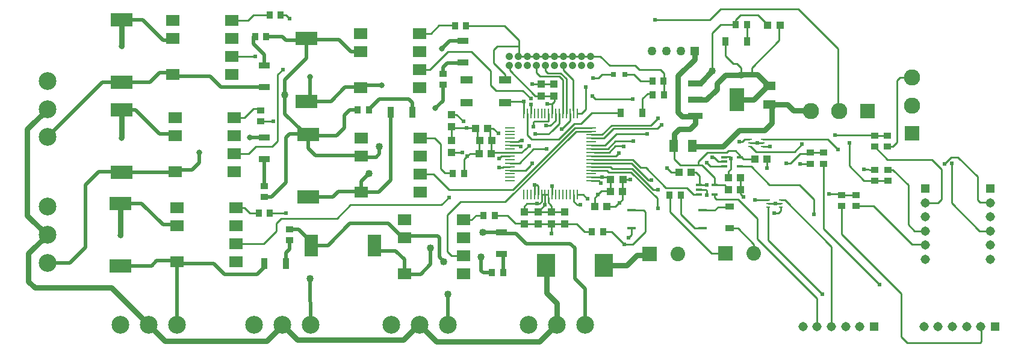
<source format=gbr>
%TF.GenerationSoftware,KiCad,Pcbnew,(6.0.2)*%
%TF.CreationDate,2022-03-05T21:41:31-07:00*%
%TF.ProjectId,L0005-Valve-Controller,4c303030-352d-4566-916c-76652d436f6e,1.0*%
%TF.SameCoordinates,Original*%
%TF.FileFunction,Copper,L1,Top*%
%TF.FilePolarity,Positive*%
%FSLAX46Y46*%
G04 Gerber Fmt 4.6, Leading zero omitted, Abs format (unit mm)*
G04 Created by KiCad (PCBNEW (6.0.2)) date 2022-03-05 21:41:31*
%MOMM*%
%LPD*%
G01*
G04 APERTURE LIST*
%TA.AperFunction,SMDPad,CuDef*%
%ADD10R,1.700000X0.990600*%
%TD*%
%TA.AperFunction,SMDPad,CuDef*%
%ADD11R,1.000000X1.100000*%
%TD*%
%TA.AperFunction,SMDPad,CuDef*%
%ADD12R,1.100000X1.000000*%
%TD*%
%TA.AperFunction,SMDPad,CuDef*%
%ADD13R,1.600000X0.855600*%
%TD*%
%TA.AperFunction,SMDPad,CuDef*%
%ADD14R,0.855600X1.600000*%
%TD*%
%TA.AperFunction,SMDPad,CuDef*%
%ADD15R,0.965200X1.295400*%
%TD*%
%TA.AperFunction,SMDPad,CuDef*%
%ADD16R,1.295400X0.965200*%
%TD*%
%TA.AperFunction,SMDPad,CuDef*%
%ADD17R,0.800000X0.800000*%
%TD*%
%TA.AperFunction,SMDPad,CuDef*%
%ADD18R,2.620000X3.200000*%
%TD*%
%TA.AperFunction,SMDPad,CuDef*%
%ADD19R,1.900000X1.500000*%
%TD*%
%TA.AperFunction,ComponentPad*%
%ADD20C,1.066800*%
%TD*%
%TA.AperFunction,ComponentPad*%
%ADD21R,1.258000X1.258000*%
%TD*%
%TA.AperFunction,ComponentPad*%
%ADD22C,1.258000*%
%TD*%
%TA.AperFunction,ComponentPad*%
%ADD23C,2.500000*%
%TD*%
%TA.AperFunction,ComponentPad*%
%ADD24R,2.050000X2.050000*%
%TD*%
%TA.AperFunction,ComponentPad*%
%ADD25C,2.050000*%
%TD*%
%TA.AperFunction,ComponentPad*%
%ADD26C,2.286000*%
%TD*%
%TA.AperFunction,SMDPad,CuDef*%
%ADD27R,0.940000X1.020000*%
%TD*%
%TA.AperFunction,SMDPad,CuDef*%
%ADD28R,1.020000X0.940000*%
%TD*%
%TA.AperFunction,SMDPad,CuDef*%
%ADD29R,1.854200X3.048000*%
%TD*%
%TA.AperFunction,SMDPad,CuDef*%
%ADD30R,3.048000X1.854200*%
%TD*%
%TA.AperFunction,SMDPad,CuDef*%
%ADD31R,1.430605X0.270000*%
%TD*%
%TA.AperFunction,SMDPad,CuDef*%
%ADD32R,0.270000X1.430605*%
%TD*%
%TA.AperFunction,SMDPad,CuDef*%
%ADD33R,2.150000X0.950000*%
%TD*%
%TA.AperFunction,SMDPad,CuDef*%
%ADD34R,2.150000X3.250000*%
%TD*%
%TA.AperFunction,SMDPad,CuDef*%
%ADD35R,1.219200X0.457200*%
%TD*%
%TA.AperFunction,SMDPad,CuDef*%
%ADD36R,1.270000X1.778000*%
%TD*%
%TA.AperFunction,SMDPad,CuDef*%
%ADD37R,1.778000X1.270000*%
%TD*%
%TA.AperFunction,SMDPad,CuDef*%
%ADD38R,0.876300X0.304800*%
%TD*%
%TA.AperFunction,ComponentPad*%
%ADD39R,1.308000X1.308000*%
%TD*%
%TA.AperFunction,ComponentPad*%
%ADD40C,1.308000*%
%TD*%
%TA.AperFunction,SMDPad,CuDef*%
%ADD41R,0.508000X0.254000*%
%TD*%
%TA.AperFunction,ViaPad*%
%ADD42C,0.607060*%
%TD*%
%TA.AperFunction,ViaPad*%
%ADD43C,1.016000*%
%TD*%
%TA.AperFunction,ViaPad*%
%ADD44C,0.800000*%
%TD*%
%TA.AperFunction,Conductor*%
%ADD45C,0.250000*%
%TD*%
%TA.AperFunction,Conductor*%
%ADD46C,0.254000*%
%TD*%
%TA.AperFunction,Conductor*%
%ADD47C,0.762000*%
%TD*%
%TA.AperFunction,Conductor*%
%ADD48C,0.508000*%
%TD*%
G04 APERTURE END LIST*
D10*
%TO.P,B1,1,1*%
%TO.N,NRST*%
X126347200Y-91089279D03*
%TO.P,B1,2,2*%
%TO.N,unconnected-(B1-Pad2)*%
X120947200Y-91089279D03*
%TO.P,B1,3,3*%
%TO.N,Earth*%
X126347200Y-87889281D03*
%TO.P,B1,4,4*%
%TO.N,unconnected-(B1-Pad4)*%
X120947200Y-87889281D03*
%TD*%
D11*
%TO.P,C1,1*%
%TO.N,Earth*%
X132852160Y-108190400D03*
%TO.P,C1,2*%
%TO.N,3.3V*%
X132852160Y-106490400D03*
%TD*%
D12*
%TO.P,C2,1*%
%TO.N,Earth*%
X122167280Y-94701360D03*
%TO.P,C2,2*%
%TO.N,3.3V*%
X123867280Y-94701360D03*
%TD*%
D11*
%TO.P,C3,1*%
%TO.N,Earth*%
X134691120Y-108215800D03*
%TO.P,C3,2*%
%TO.N,3.3V*%
X134691120Y-106515800D03*
%TD*%
D12*
%TO.P,C4,1*%
%TO.N,Earth*%
X142856320Y-103657400D03*
%TO.P,C4,2*%
%TO.N,3.3V*%
X141156320Y-103657400D03*
%TD*%
%TO.P,C5,1*%
%TO.N,Earth*%
X122741320Y-96448880D03*
%TO.P,C5,2*%
%TO.N,3.3V*%
X124441320Y-96448880D03*
%TD*%
%TO.P,C6,1*%
%TO.N,Earth*%
X122710840Y-98298000D03*
%TO.P,C6,2*%
%TO.N,3.3V*%
X124410840Y-98298000D03*
%TD*%
D11*
%TO.P,C7,1*%
%TO.N,Earth*%
X133217920Y-88491960D03*
%TO.P,C7,2*%
%TO.N,3.3V*%
X133217920Y-90191960D03*
%TD*%
D12*
%TO.P,C8,1*%
%TO.N,Earth*%
X142886800Y-101909880D03*
%TO.P,C8,2*%
%TO.N,3.3V*%
X141186800Y-101909880D03*
%TD*%
%TO.P,C9,1*%
%TO.N,Earth*%
X140613500Y-105791000D03*
%TO.P,C9,2*%
%TO.N,3.3V*%
X138913500Y-105791000D03*
%TD*%
D11*
%TO.P,C10,1*%
%TO.N,Earth*%
X129082800Y-108200560D03*
%TO.P,C10,2*%
%TO.N,3.3V*%
X129082800Y-106500560D03*
%TD*%
%TO.P,C11,1*%
%TO.N,Earth*%
X130997960Y-108193840D03*
%TO.P,C11,2*%
%TO.N,3.3V*%
X130997960Y-106493840D03*
%TD*%
D12*
%TO.P,C12,1*%
%TO.N,Earth*%
X163284800Y-80213200D03*
%TO.P,C12,2*%
%TO.N,3.3V*%
X164984800Y-80213200D03*
%TD*%
D11*
%TO.P,C13,1*%
%TO.N,Earth*%
X131424680Y-88466560D03*
%TO.P,C13,2*%
%TO.N,3.3V*%
X131424680Y-90166560D03*
%TD*%
D13*
%TO.P,C16,1*%
%TO.N,Net-(C16-Pad1)*%
X125811280Y-112439441D03*
%TO.P,C16,2*%
%TO.N,Net-(C16-Pad2)*%
X125811280Y-109383839D03*
%TD*%
D14*
%TO.P,C17,1*%
%TO.N,Net-(C17-Pad1)*%
X113282721Y-92453460D03*
%TO.P,C17,2*%
%TO.N,Net-(C17-Pad2)*%
X110227119Y-92453460D03*
%TD*%
D13*
%TO.P,C18,1*%
%TO.N,Net-(C18-Pad1)*%
X120446800Y-85401141D03*
%TO.P,C18,2*%
%TO.N,Net-(C18-Pad2)*%
X120446800Y-82345539D03*
%TD*%
D14*
%TO.P,C19,1*%
%TO.N,Net-(C19-Pad1)*%
X95507801Y-113792000D03*
%TO.P,C19,2*%
%TO.N,Net-(C19-Pad2)*%
X92452199Y-113792000D03*
%TD*%
D13*
%TO.P,C20,1*%
%TO.N,Net-(C20-Pad1)*%
X92456000Y-99063801D03*
%TO.P,C20,2*%
%TO.N,Net-(C20-Pad2)*%
X92456000Y-96008199D03*
%TD*%
%TO.P,C21,1*%
%TO.N,Net-(C21-Pad1)*%
X92456000Y-85848199D03*
%TO.P,C21,2*%
%TO.N,Net-(C21-Pad2)*%
X92456000Y-88903801D03*
%TD*%
D15*
%TO.P,D1,1,1*%
%TO.N,Net-(D1-Pad1)*%
X160375600Y-82499200D03*
%TO.P,D1,2,2*%
%TO.N,3.3V*%
X157327600Y-82499200D03*
%TD*%
D16*
%TO.P,D2,1,1*%
%TO.N,Net-(D2-Pad1)*%
X157924500Y-108839000D03*
%TO.P,D2,2,2*%
%TO.N,Net-(D2-Pad2)*%
X157924500Y-105791000D03*
%TD*%
D15*
%TO.P,D3,1,1*%
%TO.N,Net-(D3-Pad1)*%
X145669000Y-92583000D03*
%TO.P,D3,2,2*%
%TO.N,STATUS*%
X142621000Y-92583000D03*
%TD*%
D17*
%TO.P,D4,1,1*%
%TO.N,Net-(D4-Pad1)*%
X143192000Y-87122000D03*
%TO.P,D4,2,2*%
%TO.N,EXECPT*%
X141542000Y-87122000D03*
%TD*%
D18*
%TO.P,F1,1*%
%TO.N,AC_HOT*%
X132097000Y-114046000D03*
%TO.P,F1,2*%
%TO.N,Net-(F1-Pad2)*%
X140191000Y-114046000D03*
%TD*%
D11*
%TO.P,J1,1,A*%
%TO.N,Earth*%
X118780560Y-94484560D03*
%TO.P,J1,2,B*%
%TO.N,Net-(J1-Pad2)*%
X118780560Y-92784560D03*
%TD*%
%TO.P,J2,1,A*%
%TO.N,Earth*%
X118805960Y-96467560D03*
%TO.P,J2,2,B*%
%TO.N,Net-(J2-Pad2)*%
X118805960Y-98167560D03*
%TD*%
D19*
%TO.P,K1,1*%
%TO.N,unconnected-(K1-Pad1)*%
X120451520Y-115260120D03*
%TO.P,K1,2*%
%TO.N,SOL1*%
X120451520Y-112720120D03*
%TO.P,K1,3*%
%TO.N,unconnected-(K1-Pad3)*%
X120451520Y-110180120D03*
%TO.P,K1,4*%
%TO.N,Net-(K1-Pad4)*%
X120451520Y-107640120D03*
%TO.P,K1,5*%
%TO.N,unconnected-(K1-Pad5)*%
X112151520Y-107640120D03*
%TO.P,K1,6*%
%TO.N,AC_NEUTRAL*%
X112151520Y-110180120D03*
%TO.P,K1,8*%
%TO.N,Net-(C16-Pad2)*%
X112151520Y-115260120D03*
%TD*%
%TO.P,K2,1*%
%TO.N,unconnected-(K2-Pad1)*%
X114416480Y-103687880D03*
%TO.P,K2,2*%
%TO.N,SOL2*%
X114416480Y-101147880D03*
%TO.P,K2,3*%
%TO.N,unconnected-(K2-Pad3)*%
X114416480Y-98607880D03*
%TO.P,K2,4*%
%TO.N,Net-(K2-Pad4)*%
X114416480Y-96067880D03*
%TO.P,K2,5*%
%TO.N,unconnected-(K2-Pad5)*%
X106116480Y-96067880D03*
%TO.P,K2,6*%
%TO.N,AC_NEUTRAL*%
X106116480Y-98607880D03*
%TO.P,K2,8*%
%TO.N,Net-(C17-Pad2)*%
X106116480Y-103687880D03*
%TD*%
%TO.P,K3,1*%
%TO.N,unconnected-(K3-Pad1)*%
X114307260Y-88943180D03*
%TO.P,K3,2*%
%TO.N,SOL3*%
X114307260Y-86403180D03*
%TO.P,K3,3*%
%TO.N,unconnected-(K3-Pad3)*%
X114307260Y-83863180D03*
%TO.P,K3,4*%
%TO.N,Net-(K3-Pad4)*%
X114307260Y-81323180D03*
%TO.P,K3,5*%
%TO.N,unconnected-(K3-Pad5)*%
X106007260Y-81323180D03*
%TO.P,K3,6*%
%TO.N,AC_NEUTRAL*%
X106007260Y-83863180D03*
%TO.P,K3,8*%
%TO.N,Net-(C18-Pad2)*%
X106007260Y-88943180D03*
%TD*%
%TO.P,K4,1*%
%TO.N,unconnected-(K4-Pad1)*%
X88478000Y-113538000D03*
%TO.P,K4,2*%
%TO.N,SOL5*%
X88478000Y-110998000D03*
%TO.P,K4,3*%
%TO.N,unconnected-(K4-Pad3)*%
X88478000Y-108458000D03*
%TO.P,K4,4*%
%TO.N,Net-(K4-Pad4)*%
X88478000Y-105918000D03*
%TO.P,K4,5*%
%TO.N,unconnected-(K4-Pad5)*%
X80178000Y-105918000D03*
%TO.P,K4,6*%
%TO.N,AC_NEUTRAL*%
X80178000Y-108458000D03*
%TO.P,K4,8*%
%TO.N,Net-(C19-Pad2)*%
X80178000Y-113538000D03*
%TD*%
%TO.P,K5,1*%
%TO.N,unconnected-(K5-Pad1)*%
X88208760Y-100838000D03*
%TO.P,K5,2*%
%TO.N,SOL6*%
X88208760Y-98298000D03*
%TO.P,K5,3*%
%TO.N,unconnected-(K5-Pad3)*%
X88208760Y-95758000D03*
%TO.P,K5,4*%
%TO.N,Net-(K5-Pad4)*%
X88208760Y-93218000D03*
%TO.P,K5,5*%
%TO.N,unconnected-(K5-Pad5)*%
X79908760Y-93218000D03*
%TO.P,K5,6*%
%TO.N,AC_NEUTRAL*%
X79908760Y-95758000D03*
%TO.P,K5,8*%
%TO.N,Net-(C20-Pad2)*%
X79908760Y-100838000D03*
%TD*%
%TO.P,K6,1*%
%TO.N,unconnected-(K6-Pad1)*%
X87860780Y-87122000D03*
%TO.P,K6,2*%
%TO.N,SOL4*%
X87860780Y-84582000D03*
%TO.P,K6,3*%
%TO.N,unconnected-(K6-Pad3)*%
X87860780Y-82042000D03*
%TO.P,K6,4*%
%TO.N,Net-(K6-Pad4)*%
X87860780Y-79502000D03*
%TO.P,K6,5*%
%TO.N,unconnected-(K6-Pad5)*%
X79560780Y-79502000D03*
%TO.P,K6,6*%
%TO.N,AC_NEUTRAL*%
X79560780Y-82042000D03*
%TO.P,K6,8*%
%TO.N,Net-(C21-Pad2)*%
X79560780Y-87122000D03*
%TD*%
D20*
%TO.P,P1,1,1*%
%TO.N,3.3V*%
X126939040Y-85816440D03*
%TO.P,P1,2,2*%
%TO.N,unconnected-(P1-Pad2)*%
X126939040Y-84546440D03*
%TO.P,P1,3,3*%
%TO.N,unconnected-(P1-Pad3)*%
X128209040Y-85816440D03*
%TO.P,P1,4,4*%
%TO.N,Earth*%
X128209040Y-84546440D03*
%TO.P,P1,5,5*%
%TO.N,unconnected-(P1-Pad5)*%
X129479040Y-85816440D03*
%TO.P,P1,6,6*%
%TO.N,Earth*%
X129479040Y-84546440D03*
%TO.P,P1,7,7*%
%TO.N,SWDIO*%
X130749040Y-85816440D03*
%TO.P,P1,8,8*%
%TO.N,Earth*%
X130749040Y-84546440D03*
%TO.P,P1,9,9*%
%TO.N,SWCLK*%
X132019040Y-85816440D03*
%TO.P,P1,10,10*%
%TO.N,Earth*%
X132019040Y-84546440D03*
%TO.P,P1,11,11*%
%TO.N,unconnected-(P1-Pad11)*%
X133289040Y-85816440D03*
%TO.P,P1,12,12*%
%TO.N,Earth*%
X133289040Y-84546440D03*
%TO.P,P1,13,13*%
%TO.N,SWO*%
X134559040Y-85816440D03*
%TO.P,P1,14,14*%
%TO.N,Earth*%
X134559040Y-84546440D03*
%TO.P,P1,15,15*%
%TO.N,NRST*%
X135829040Y-85816440D03*
%TO.P,P1,16,16*%
%TO.N,Earth*%
X135829040Y-84546440D03*
%TO.P,P1,17,17*%
%TO.N,unconnected-(P1-Pad17)*%
X137099040Y-85816440D03*
%TO.P,P1,18,18*%
%TO.N,Earth*%
X137099040Y-84546440D03*
%TO.P,P1,19,19*%
%TO.N,unconnected-(P1-Pad19)*%
X138369040Y-85816440D03*
%TO.P,P1,20,20*%
%TO.N,Earth*%
X138369040Y-84546440D03*
%TD*%
D21*
%TO.P,P2,1,+12V*%
%TO.N,5V*%
X153012400Y-83781600D03*
D22*
%TO.P,P2,2,GND*%
%TO.N,RX*%
X151012400Y-83781600D03*
%TO.P,P2,3,3*%
%TO.N,TX*%
X149012400Y-83781600D03*
%TO.P,P2,4,4*%
%TO.N,Earth*%
X147012400Y-83781600D03*
%TD*%
D23*
%TO.P,P3,1,1*%
%TO.N,Net-(C16-Pad2)*%
X137564000Y-122428000D03*
%TO.P,P3,2,2*%
%TO.N,AC_HOT*%
X133604000Y-122428000D03*
%TO.P,P3,3,3*%
%TO.N,unconnected-(P3-Pad3)*%
X129644000Y-122428000D03*
%TD*%
%TO.P,P4,1,1*%
%TO.N,Net-(C17-Pad2)*%
X118260000Y-122428000D03*
%TO.P,P4,2,2*%
%TO.N,AC_HOT*%
X114300000Y-122428000D03*
%TO.P,P4,3,3*%
%TO.N,unconnected-(P4-Pad3)*%
X110340000Y-122428000D03*
%TD*%
%TO.P,P5,1,1*%
%TO.N,Net-(C18-Pad2)*%
X98956000Y-122428000D03*
%TO.P,P5,2,2*%
%TO.N,AC_HOT*%
X94996000Y-122428000D03*
%TO.P,P5,3,3*%
%TO.N,unconnected-(P5-Pad3)*%
X91036000Y-122428000D03*
%TD*%
%TO.P,P6,1,1*%
%TO.N,Net-(C19-Pad2)*%
X80160000Y-122428000D03*
%TO.P,P6,2,2*%
%TO.N,AC_HOT*%
X76200000Y-122428000D03*
%TO.P,P6,3,3*%
%TO.N,unconnected-(P6-Pad3)*%
X72240000Y-122428000D03*
%TD*%
D24*
%TO.P,P9,1,1*%
%TO.N,Net-(F1-Pad2)*%
X146659600Y-112420400D03*
D25*
%TO.P,P9,2,2*%
%TO.N,AC_NEUTRAL*%
X150619600Y-112420400D03*
%TD*%
D24*
%TO.P,P14,1,1*%
%TO.N,5V*%
X177292000Y-92252800D03*
D26*
%TO.P,P14,2,2*%
%TO.N,PG1*%
X173332000Y-92252800D03*
%TO.P,P14,3,3*%
%TO.N,Earth*%
X169372000Y-92252800D03*
%TD*%
D24*
%TO.P,P15,1,1*%
%TO.N,5V*%
X183540400Y-95453200D03*
D26*
%TO.P,P15,2,2*%
%TO.N,PG2*%
X183540400Y-91493200D03*
%TO.P,P15,3,3*%
%TO.N,Earth*%
X183540400Y-87533200D03*
%TD*%
D24*
%TO.P,P16,1,1*%
%TO.N,Net-(P16-Pad1)*%
X157353000Y-112395000D03*
D25*
%TO.P,P16,2,2*%
%TO.N,Net-(D2-Pad1)*%
X161313000Y-112395000D03*
%TD*%
D27*
%TO.P,R2,1*%
%TO.N,Net-(K1-Pad4)*%
X123314400Y-107020360D03*
%TO.P,R2,2*%
%TO.N,Earth*%
X124894400Y-107020360D03*
%TD*%
%TO.P,R3,1*%
%TO.N,Net-(C16-Pad1)*%
X126088200Y-115082320D03*
%TO.P,R3,2*%
%TO.N,AC_NEUTRAL*%
X124508200Y-115082320D03*
%TD*%
%TO.P,R4,1*%
%TO.N,Net-(K2-Pad4)*%
X118991320Y-101081840D03*
%TO.P,R4,2*%
%TO.N,Earth*%
X120571320Y-101081840D03*
%TD*%
%TO.P,R5,1*%
%TO.N,Net-(K3-Pad4)*%
X119270720Y-80233520D03*
%TO.P,R5,2*%
%TO.N,Earth*%
X120850720Y-80233520D03*
%TD*%
%TO.P,R6,1*%
%TO.N,Net-(C17-Pad1)*%
X107205840Y-92080080D03*
%TO.P,R6,2*%
%TO.N,AC_NEUTRAL*%
X105625840Y-92080080D03*
%TD*%
D28*
%TO.P,R7,1*%
%TO.N,Net-(C18-Pad1)*%
X117589300Y-87017800D03*
%TO.P,R7,2*%
%TO.N,AC_NEUTRAL*%
X117589300Y-88597800D03*
%TD*%
D27*
%TO.P,R8,1*%
%TO.N,Net-(K4-Pad4)*%
X91666000Y-106680000D03*
%TO.P,R8,2*%
%TO.N,Earth*%
X93246000Y-106680000D03*
%TD*%
D28*
%TO.P,R9,1*%
%TO.N,Net-(K5-Pad4)*%
X91948000Y-92174000D03*
%TO.P,R9,2*%
%TO.N,Earth*%
X91948000Y-93754000D03*
%TD*%
D27*
%TO.P,R10,1*%
%TO.N,Net-(K6-Pad4)*%
X93190000Y-78740000D03*
%TO.P,R10,2*%
%TO.N,Earth*%
X94770000Y-78740000D03*
%TD*%
D28*
%TO.P,R11,1*%
%TO.N,Net-(C19-Pad1)*%
X96012000Y-110518000D03*
%TO.P,R11,2*%
%TO.N,AC_NEUTRAL*%
X96012000Y-108938000D03*
%TD*%
%TO.P,R12,1*%
%TO.N,Net-(C20-Pad1)*%
X92456000Y-102842000D03*
%TO.P,R12,2*%
%TO.N,AC_NEUTRAL*%
X92456000Y-104422000D03*
%TD*%
D27*
%TO.P,R13,1*%
%TO.N,Net-(C21-Pad1)*%
X91158000Y-81788000D03*
%TO.P,R13,2*%
%TO.N,AC_NEUTRAL*%
X92738000Y-81788000D03*
%TD*%
%TO.P,R22,1*%
%TO.N,VAC_MON*%
X140109000Y-109283500D03*
%TO.P,R22,2*%
%TO.N,Earth*%
X138529000Y-109283500D03*
%TD*%
%TO.P,R23,1*%
%TO.N,Net-(R23-Pad1)*%
X151056400Y-104140000D03*
%TO.P,R23,2*%
%TO.N,Net-(P16-Pad1)*%
X149476400Y-104140000D03*
%TD*%
%TO.P,R24,1*%
%TO.N,Net-(D3-Pad1)*%
X147073500Y-89979500D03*
%TO.P,R24,2*%
%TO.N,Earth*%
X148653500Y-89979500D03*
%TD*%
%TO.P,R25,1*%
%TO.N,Net-(D4-Pad1)*%
X147038000Y-88074500D03*
%TO.P,R25,2*%
%TO.N,Earth*%
X148618000Y-88074500D03*
%TD*%
D29*
%TO.P,RV1,1*%
%TO.N,Net-(C16-Pad2)*%
X107953820Y-111241840D03*
%TO.P,RV1,2*%
%TO.N,AC_NEUTRAL*%
X99096820Y-111241840D03*
%TD*%
D30*
%TO.P,RV2,1*%
%TO.N,Net-(C17-Pad2)*%
X98628200Y-104420680D03*
%TO.P,RV2,2*%
%TO.N,AC_NEUTRAL*%
X98628200Y-95563680D03*
%TD*%
%TO.P,RV3,1*%
%TO.N,Net-(C18-Pad2)*%
X98402140Y-90920580D03*
%TO.P,RV3,2*%
%TO.N,AC_NEUTRAL*%
X98402140Y-82063580D03*
%TD*%
%TO.P,RV4,1*%
%TO.N,Net-(C19-Pad2)*%
X72224900Y-114156500D03*
%TO.P,RV4,2*%
%TO.N,AC_NEUTRAL*%
X72224900Y-105299500D03*
%TD*%
%TO.P,RV5,1*%
%TO.N,Net-(C20-Pad2)*%
X72382380Y-100948500D03*
%TO.P,RV5,2*%
%TO.N,AC_NEUTRAL*%
X72382380Y-92091500D03*
%TD*%
%TO.P,RV6,1*%
%TO.N,Net-(C21-Pad2)*%
X72438260Y-88248500D03*
%TO.P,RV6,2*%
%TO.N,AC_NEUTRAL*%
X72438260Y-79391500D03*
%TD*%
D31*
%TO.P,U1,1,PIO0_23*%
%TO.N,unconnected-(U1-Pad1)*%
X126994618Y-94629280D03*
%TO.P,U1,2,PIO0_24*%
%TO.N,unconnected-(U1-Pad2)*%
X126994618Y-95129279D03*
%TO.P,U1,3,PIO0_25*%
%TO.N,unconnected-(U1-Pad3)*%
X126994618Y-95629280D03*
%TO.P,U1,4,PIO0_26*%
%TO.N,unconnected-(U1-Pad4)*%
X126994618Y-96129279D03*
%TO.P,U1,5,USB_DP*%
%TO.N,Net-(J1-Pad2)*%
X126994618Y-96629281D03*
%TO.P,U1,6,USB_DM*%
%TO.N,Net-(J2-Pad2)*%
X126994618Y-97129280D03*
%TO.P,U1,7,PIO1_16*%
%TO.N,unconnected-(U1-Pad7)*%
X126994618Y-97629279D03*
%TO.P,U1,8,VDD*%
%TO.N,3.3V*%
X126994618Y-98129280D03*
%TO.P,U1,9,VSS*%
%TO.N,Earth*%
X126994618Y-98629280D03*
%TO.P,U1,10,PIO1_17*%
%TO.N,unconnected-(U1-Pad10)*%
X126994618Y-99129281D03*
%TO.P,U1,11,PIO0_29*%
%TO.N,PG1*%
X126994618Y-99629280D03*
%TO.P,U1,12,PIO0_30*%
%TO.N,PG2*%
X126994618Y-100129279D03*
%TO.P,U1,13,PIO0_31*%
%TO.N,VAC_MON*%
X126994618Y-100629281D03*
%TO.P,U1,14,PIO1_0*%
%TO.N,unconnected-(U1-Pad14)*%
X126994618Y-101129280D03*
%TO.P,U1,15,PIO1_1*%
%TO.N,unconnected-(U1-Pad15)*%
X126994618Y-101629281D03*
%TO.P,U1,16,PIO1_2*%
%TO.N,unconnected-(U1-Pad16)*%
X126994618Y-102129280D03*
D32*
%TO.P,U1,17,PIO1_3*%
%TO.N,unconnected-(U1-Pad17)*%
X128959920Y-104094582D03*
%TO.P,U1,18,PIO1_4*%
%TO.N,unconnected-(U1-Pad18)*%
X129459919Y-104094582D03*
%TO.P,U1,19,PIO1_5*%
%TO.N,unconnected-(U1-Pad19)*%
X129959920Y-104094582D03*
%TO.P,U1,20,VSSA*%
%TO.N,Earth*%
X130459919Y-104094582D03*
%TO.P,U1,21,VREFN*%
X130959921Y-104094582D03*
%TO.P,U1,22,VREFP*%
%TO.N,3.3V*%
X131459920Y-104094582D03*
%TO.P,U1,23,VDDA*%
X131959919Y-104094582D03*
%TO.P,U1,24,VDD*%
X132459920Y-104094582D03*
%TO.P,U1,25,VSS*%
%TO.N,Earth*%
X132959920Y-104094582D03*
%TO.P,U1,26,PIO1_6*%
%TO.N,unconnected-(U1-Pad26)*%
X133459921Y-104094582D03*
%TO.P,U1,27,PIO1_7*%
%TO.N,unconnected-(U1-Pad27)*%
X133959920Y-104094582D03*
%TO.P,U1,28,PIO1_8*%
%TO.N,unconnected-(U1-Pad28)*%
X134459919Y-104094582D03*
%TO.P,U1,29,PIO1_9*%
%TO.N,unconnected-(U1-Pad29)*%
X134959921Y-104094582D03*
%TO.P,U1,30,PIO1_10*%
%TO.N,unconnected-(U1-Pad30)*%
X135459920Y-104094582D03*
%TO.P,U1,31,PIO0_0*%
%TO.N,RX*%
X135959921Y-104094582D03*
%TO.P,U1,32,PIO0_1*%
%TO.N,TX*%
X136459920Y-104094582D03*
D31*
%TO.P,U1,33,RTCXIN*%
%TO.N,Earth*%
X138425222Y-102129280D03*
%TO.P,U1,34,VDD*%
%TO.N,3.3V*%
X138425222Y-101629281D03*
%TO.P,U1,35,RTCXOUT*%
%TO.N,unconnected-(U1-Pad35)*%
X138425222Y-101129280D03*
%TO.P,U1,36,PIO0_2*%
%TO.N,SBV1_EN*%
X138425222Y-100629281D03*
%TO.P,U1,37,PIO0_3*%
%TO.N,SBV1_DIR*%
X138425222Y-100129279D03*
%TO.P,U1,38,PIO0_4*%
%TO.N,ENCD1_A*%
X138425222Y-99629280D03*
%TO.P,U1,39,PIO0_5*%
%TO.N,SBV1_PUL*%
X138425222Y-99129281D03*
%TO.P,U1,40,PIO0_6*%
%TO.N,ENCD1_B*%
X138425222Y-98629280D03*
%TO.P,U1,41,PIO0_7*%
%TO.N,SBV2_PUL*%
X138425222Y-98129280D03*
%TO.P,U1,42,PIO1_11*%
%TO.N,SBV2_EN*%
X138425222Y-97629279D03*
%TO.P,U1,43,PIO0_8*%
%TO.N,SBV2_DIR*%
X138425222Y-97129280D03*
%TO.P,U1,44,PIO0_9*%
%TO.N,unconnected-(U1-Pad44)*%
X138425222Y-96629281D03*
%TO.P,U1,45,PIO0_10*%
%TO.N,ENCD2_A*%
X138425222Y-96129279D03*
%TO.P,U1,46,PIO0_11*%
%TO.N,ENCD2_B*%
X138425222Y-95629280D03*
%TO.P,U1,47,PIO0_12*%
%TO.N,SOL1*%
X138425222Y-95129279D03*
%TO.P,U1,48,PIO0_13*%
%TO.N,SOL2*%
X138425222Y-94629280D03*
D32*
%TO.P,U1,49,PIO0_14*%
%TO.N,SOL3*%
X136459920Y-92663978D03*
%TO.P,U1,50,PIO0_15*%
%TO.N,SWO*%
X135959921Y-92663978D03*
%TO.P,U1,51,PIO1_12*%
%TO.N,SOL5*%
X135459920Y-92663978D03*
%TO.P,U1,52,SWCLK/PIO0_16*%
%TO.N,SWCLK*%
X134959921Y-92663978D03*
%TO.P,U1,53,SWDIO/PIO0_17*%
%TO.N,SWDIO*%
X134459919Y-92663978D03*
%TO.P,U1,54,PIO1_13*%
%TO.N,SOL6*%
X133959920Y-92663978D03*
%TO.P,U1,55,VSS*%
%TO.N,Earth*%
X133459921Y-92663978D03*
%TO.P,U1,56,VDD*%
%TO.N,3.3V*%
X132959920Y-92663978D03*
%TO.P,U1,57,PIO1_14*%
%TO.N,SOL4*%
X132459920Y-92663978D03*
%TO.P,U1,58,PIO0_18*%
%TO.N,unconnected-(U1-Pad58)*%
X131959919Y-92663978D03*
%TO.P,U1,59,PIO0_19*%
%TO.N,unconnected-(U1-Pad59)*%
X131459920Y-92663978D03*
%TO.P,U1,60,PIO0_20*%
%TO.N,unconnected-(U1-Pad60)*%
X130959921Y-92663978D03*
%TO.P,U1,61,PIO0_21*%
%TO.N,unconnected-(U1-Pad61)*%
X130459919Y-92663978D03*
%TO.P,U1,62,PIO1_15*%
%TO.N,EXECPT*%
X129959920Y-92663978D03*
%TO.P,U1,63,PIO0_22*%
%TO.N,STATUS*%
X129459919Y-92663978D03*
%TO.P,U1,64,RESET*%
%TO.N,NRST*%
X128959920Y-92663978D03*
%TD*%
D33*
%TO.P,U2,1,GND*%
%TO.N,Earth*%
X153119500Y-88378000D03*
D34*
%TO.P,U2,2,VOUT*%
%TO.N,3.3V*%
X158919500Y-90678000D03*
D33*
X153119500Y-90678000D03*
%TO.P,U2,3,VIN*%
%TO.N,5V*%
X153119500Y-92978000D03*
%TD*%
D35*
%TO.P,U5,1*%
%TO.N,Net-(R23-Pad1)*%
X154089100Y-108839000D03*
%TO.P,U5,2*%
%TO.N,Net-(D2-Pad2)*%
X154089100Y-106299000D03*
%TO.P,U5,3*%
%TO.N,VAC_MON*%
X144106900Y-106299000D03*
%TO.P,U5,4*%
%TO.N,3.3V*%
X144106900Y-108839000D03*
%TD*%
D36*
%TO.P,C14,1*%
%TO.N,5V*%
X149999700Y-97218500D03*
%TO.P,C14,2*%
%TO.N,Earth*%
X152641300Y-97218500D03*
%TD*%
D37*
%TO.P,C15,1*%
%TO.N,3.3V*%
X163525200Y-88747600D03*
%TO.P,C15,2*%
%TO.N,Earth*%
X163525200Y-91389200D03*
%TD*%
D23*
%TO.P,P8,1,1*%
%TO.N,Net-(C21-Pad2)*%
X61976000Y-95960000D03*
%TO.P,P8,2,2*%
%TO.N,AC_HOT*%
X61976000Y-92000000D03*
%TO.P,P8,3,3*%
%TO.N,unconnected-(P8-Pad3)*%
X61976000Y-88040000D03*
%TD*%
%TO.P,P7,1,1*%
%TO.N,Net-(C20-Pad2)*%
X61976000Y-113688000D03*
%TO.P,P7,2,2*%
%TO.N,AC_HOT*%
X61976000Y-109728000D03*
%TO.P,P7,3,3*%
%TO.N,unconnected-(P7-Pad3)*%
X61976000Y-105768000D03*
%TD*%
D27*
%TO.P,R1,1*%
%TO.N,Earth*%
X158772800Y-80111600D03*
%TO.P,R1,2*%
%TO.N,Net-(D1-Pad1)*%
X160352800Y-80111600D03*
%TD*%
D28*
%TO.P,R15,1*%
%TO.N,ENCD2_A*%
X180086000Y-95730000D03*
%TO.P,R15,2*%
%TO.N,Earth*%
X180086000Y-97310000D03*
%TD*%
%TO.P,R21,1*%
%TO.N,Net-(P13-Pad4)*%
X180213000Y-100556000D03*
%TO.P,R21,2*%
%TO.N,ENCD2_B*%
X180213000Y-102136000D03*
%TD*%
D38*
%TO.P,U4,1,VL*%
%TO.N,3.3V*%
X157169358Y-98791001D03*
%TO.P,U4,2,GND*%
%TO.N,Earth*%
X157169358Y-99441000D03*
%TO.P,U4,3,IOVL*%
%TO.N,SBV2_PUL*%
X157169358Y-100090999D03*
%TO.P,U4,4,IOVCC*%
%TO.N,/Valves/SBV2_PUL5*%
X159391858Y-100090999D03*
%TO.P,U4,5,VCC*%
%TO.N,5V*%
X159391858Y-98791001D03*
%TD*%
D39*
%TO.P,P13,1,+12V*%
%TO.N,5V*%
X185420000Y-103204000D03*
D40*
%TO.P,P13,2,GND*%
%TO.N,Net-(P13-Pad2)*%
X185420000Y-105204000D03*
%TO.P,P13,3,3*%
%TO.N,Earth*%
X185420000Y-107204000D03*
%TO.P,P13,4,4*%
%TO.N,Net-(P13-Pad4)*%
X185420000Y-109204000D03*
%TO.P,P13,5,5*%
%TO.N,Earth*%
X185420000Y-111204000D03*
%TO.P,P13,6,6*%
X185420000Y-113204000D03*
%TD*%
D39*
%TO.P,P12,1,+12V*%
%TO.N,5V*%
X194564000Y-103204000D03*
D40*
%TO.P,P12,2,GND*%
%TO.N,Net-(P12-Pad2)*%
X194564000Y-105204000D03*
%TO.P,P12,3,3*%
%TO.N,5V*%
X194564000Y-107204000D03*
%TO.P,P12,4,4*%
%TO.N,Net-(P12-Pad4)*%
X194564000Y-109204000D03*
%TO.P,P12,5,5*%
%TO.N,/Valves/SBV2_PUL5*%
X194564000Y-111204000D03*
%TO.P,P12,6,6*%
%TO.N,Earth*%
X194564000Y-113204000D03*
%TD*%
D12*
%TO.P,C22,1*%
%TO.N,Earth*%
X150788000Y-100965000D03*
%TO.P,C22,2*%
%TO.N,3.3V*%
X152488000Y-100965000D03*
%TD*%
D39*
%TO.P,P10,1,+12V*%
%TO.N,5V*%
X178228000Y-122682000D03*
D40*
%TO.P,P10,2,GND*%
%TO.N,Net-(P10-Pad2)*%
X176228000Y-122682000D03*
%TO.P,P10,3,3*%
%TO.N,5V*%
X174228000Y-122682000D03*
%TO.P,P10,4,4*%
%TO.N,Net-(P10-Pad4)*%
X172228000Y-122682000D03*
%TO.P,P10,5,5*%
%TO.N,/Valves/SBV1_PUL5*%
X170228000Y-122682000D03*
%TO.P,P10,6,6*%
%TO.N,Earth*%
X168228000Y-122682000D03*
%TD*%
D41*
%TO.P,Q2,1,G*%
%TO.N,SBV2_DIR*%
X160755990Y-96266000D03*
%TO.P,Q2,2,S*%
%TO.N,Earth*%
X160755990Y-96774000D03*
%TO.P,Q2,3,D*%
%TO.N,Net-(P12-Pad2)*%
X160755990Y-97282000D03*
%TO.P,Q2,4,G*%
%TO.N,SBV2_EN*%
X162559390Y-97282000D03*
%TO.P,Q2,5,S*%
%TO.N,Earth*%
X162559390Y-96774000D03*
%TO.P,Q2,6,D*%
%TO.N,Net-(P12-Pad4)*%
X162559390Y-96266000D03*
%TD*%
D39*
%TO.P,P11,1,+12V*%
%TO.N,5V*%
X195246000Y-122682000D03*
D40*
%TO.P,P11,2,GND*%
%TO.N,Net-(P11-Pad2)*%
X193246000Y-122682000D03*
%TO.P,P11,3,3*%
%TO.N,Earth*%
X191246000Y-122682000D03*
%TO.P,P11,4,4*%
%TO.N,Net-(P11-Pad4)*%
X189246000Y-122682000D03*
%TO.P,P11,5,5*%
%TO.N,Earth*%
X187246000Y-122682000D03*
%TO.P,P11,6,6*%
X185246000Y-122682000D03*
%TD*%
D41*
%TO.P,Q1,1,G*%
%TO.N,SBV1_DIR*%
X163334700Y-104851200D03*
%TO.P,Q1,2,S*%
%TO.N,Earth*%
X163334700Y-105359200D03*
%TO.P,Q1,3,D*%
%TO.N,Net-(P10-Pad2)*%
X163334700Y-105867200D03*
%TO.P,Q1,4,G*%
%TO.N,SBV1_EN*%
X165138100Y-105867200D03*
%TO.P,Q1,5,S*%
%TO.N,Earth*%
X165138100Y-105359200D03*
%TO.P,Q1,6,D*%
%TO.N,Net-(P10-Pad4)*%
X165138100Y-104851200D03*
%TD*%
D12*
%TO.P,C25,1*%
%TO.N,Earth*%
X163156000Y-99060000D03*
%TO.P,C25,2*%
%TO.N,5V*%
X161456000Y-99060000D03*
%TD*%
%TO.P,C24,1*%
%TO.N,Earth*%
X159473000Y-103378000D03*
%TO.P,C24,2*%
%TO.N,5V*%
X157773000Y-103378000D03*
%TD*%
D28*
%TO.P,R20,1*%
%TO.N,ENCD2_A*%
X178308000Y-95730000D03*
%TO.P,R20,2*%
%TO.N,Net-(P13-Pad2)*%
X178308000Y-97310000D03*
%TD*%
%TO.P,R14,1*%
%TO.N,ENCD1_A*%
X175666400Y-104112000D03*
%TO.P,R14,2*%
%TO.N,Earth*%
X175666400Y-105692000D03*
%TD*%
D12*
%TO.P,C23,1*%
%TO.N,Earth*%
X159473000Y-101727000D03*
%TO.P,C23,2*%
%TO.N,3.3V*%
X157773000Y-101727000D03*
%TD*%
D28*
%TO.P,R18,1*%
%TO.N,ENCD1_A*%
X173634400Y-104112000D03*
%TO.P,R18,2*%
%TO.N,Net-(P11-Pad2)*%
X173634400Y-105692000D03*
%TD*%
%TO.P,R19,1*%
%TO.N,Net-(P11-Pad4)*%
X171133800Y-99725600D03*
%TO.P,R19,2*%
%TO.N,ENCD1_B*%
X171133800Y-98145600D03*
%TD*%
%TO.P,R17,1*%
%TO.N,ENCD2_B*%
X178308000Y-102136000D03*
%TO.P,R17,2*%
%TO.N,Earth*%
X178308000Y-100556000D03*
%TD*%
D38*
%TO.P,U3,1,VL*%
%TO.N,3.3V*%
X153574750Y-102728001D03*
%TO.P,U3,2,GND*%
%TO.N,Earth*%
X153574750Y-103378000D03*
%TO.P,U3,3,IOVL*%
%TO.N,SBV1_PUL*%
X153574750Y-104027999D03*
%TO.P,U3,4,IOVCC*%
%TO.N,/Valves/SBV1_PUL5*%
X155797250Y-104027999D03*
%TO.P,U3,5,VCC*%
%TO.N,5V*%
X155797250Y-102728001D03*
%TD*%
D28*
%TO.P,R16,1*%
%TO.N,ENCD1_B*%
X169279600Y-98145600D03*
%TO.P,R16,2*%
%TO.N,Earth*%
X169279600Y-99725600D03*
%TD*%
D42*
%TO.N,Earth*%
X132080000Y-94361000D03*
%TO.N,SOL4*%
X130302000Y-94488000D03*
%TO.N,Net-(P10-Pad2)*%
X170942000Y-118110000D03*
%TO.N,Net-(P11-Pad4)*%
X179019200Y-116789200D03*
%TO.N,SOL5*%
X118478300Y-104457500D03*
%TO.N,Earth*%
X95504000Y-106680000D03*
X132892800Y-109575600D03*
%TO.N,3.3V*%
X130860800Y-105349040D03*
X131919980Y-105503980D03*
%TO.N,VAC_MON*%
X143065500Y-111061500D03*
%TO.N,3.3V*%
X143662400Y-110134400D03*
%TO.N,Earth*%
X142430500Y-105219500D03*
X130124200Y-88447880D03*
%TO.N,SOL6*%
X130556000Y-95504000D03*
%TO.N,SOL5*%
X134287700Y-94805500D03*
%TO.N,VAC_MON*%
X130175000Y-99695000D03*
%TO.N,SBV2_DIR*%
X146304000Y-95504000D03*
%TO.N,SBV2_EN*%
X144399000Y-96520000D03*
%TO.N,Earth*%
X154686000Y-104140000D03*
%TO.N,SBV2_PUL*%
X154686000Y-99568000D03*
%TO.N,Earth*%
X155448000Y-98806000D03*
%TO.N,3.3V*%
X158115000Y-98983800D03*
%TO.N,SOL3*%
X129932120Y-90539880D03*
%TO.N,Net-(J2-Pad2)*%
X128546860Y-97304860D03*
%TO.N,Earth*%
X96012000Y-79248000D03*
%TO.N,SBV1_DIR*%
X147828000Y-103378000D03*
%TO.N,ENCD1_A*%
X146913600Y-102057200D03*
%TO.N,ENCD1_B*%
X165862000Y-99669600D03*
%TO.N,SBV2_EN*%
X163576000Y-97282000D03*
%TO.N,Net-(P12-Pad2)*%
X168097200Y-96977200D03*
%TO.N,3.3V*%
X129689944Y-97177944D03*
%TO.N,SOL3*%
X137706100Y-88861900D03*
%TO.N,PG2*%
X138633200Y-90170000D03*
X144272000Y-90576400D03*
%TO.N,ENCD2_B*%
X147878800Y-93268800D03*
%TO.N,ENCD2_A*%
X148336000Y-94234000D03*
%TO.N,PG1*%
X147421600Y-79451200D03*
%TO.N,EXECPT*%
X138684000Y-87630000D03*
%TO.N,3.3V*%
X132283200Y-91236800D03*
%TO.N,EXECPT*%
X129959920Y-91351920D03*
%TO.N,NRST*%
X128955800Y-90932000D03*
%TO.N,Net-(P12-Pad4)*%
X189128400Y-99669600D03*
%TO.N,Net-(P12-Pad2)*%
X188112400Y-99771200D03*
%TO.N,Earth*%
X176834800Y-100533200D03*
%TO.N,Net-(P12-Pad4)*%
X173177200Y-97739200D03*
%TO.N,ENCD2_B*%
X174752000Y-96774000D03*
%TO.N,ENCD2_A*%
X172720000Y-95707200D03*
%TO.N,3.3V*%
X154686000Y-102743000D03*
%TO.N,SBV1_EN*%
X147828000Y-105968800D03*
%TO.N,ENCD1_A*%
X171856400Y-103936800D03*
%TO.N,/Valves/SBV2_PUL5*%
X169773600Y-106883200D03*
%TO.N,SBV1_EN*%
X164185600Y-106680000D03*
%TO.N,Earth*%
X164388800Y-105359200D03*
%TO.N,SBV1_DIR*%
X161442400Y-104851200D03*
%TO.N,Earth*%
X159893000Y-104394000D03*
X163195000Y-100330000D03*
X167778400Y-99725600D03*
X161798000Y-96774000D03*
%TO.N,SBV2_DIR*%
X159308800Y-96621600D03*
%TO.N,SBV2_PUL*%
X143002000Y-97282000D03*
%TO.N,ENCD1_B*%
X142341600Y-98247200D03*
%TO.N,Earth*%
X149098000Y-100330000D03*
X143911320Y-101909880D03*
%TO.N,3.3V*%
X139954000Y-101600000D03*
%TO.N,Earth*%
X139801600Y-102407720D03*
%TO.N,3.3V*%
X139382500Y-104076500D03*
%TO.N,TX*%
X137922000Y-104648000D03*
%TO.N,RX*%
X136906000Y-105537000D03*
%TO.N,Earth*%
X132959920Y-102830440D03*
X130459919Y-102727321D03*
%TO.N,PG1*%
X132181600Y-97637600D03*
%TO.N,Net-(J1-Pad2)*%
X128701800Y-96453960D03*
%TO.N,PG2*%
X125476000Y-100228400D03*
%TO.N,Earth*%
X125476000Y-98958400D03*
X121008140Y-98656140D03*
%TO.N,Net-(J2-Pad2)*%
X120314720Y-98155760D03*
%TO.N,3.3V*%
X125404880Y-95448120D03*
%TO.N,Earth*%
X120954800Y-94691200D03*
%TO.N,Net-(J1-Pad2)*%
X120462040Y-93756480D03*
%TO.N,Earth*%
X93698000Y-93754000D03*
%TO.N,SOL6*%
X95059500Y-86423500D03*
%TO.N,SOL4*%
X91186000Y-84582000D03*
D43*
%TO.N,Earth*%
X155498800Y-86614000D03*
%TO.N,3.3V*%
X159512000Y-87172800D03*
%TO.N,Net-(C16-Pad2)*%
X115869720Y-111551720D03*
X123190000Y-109387640D03*
%TO.N,Net-(C17-Pad2)*%
X107188000Y-101092000D03*
X118260000Y-118133000D03*
D44*
%TO.N,Net-(C18-Pad2)*%
X117436900Y-83451700D03*
X108988860Y-88646000D03*
X98933000Y-87503000D03*
D43*
X98933000Y-115951000D03*
D44*
%TO.N,Net-(C20-Pad2)*%
X90424000Y-96012000D03*
X83312000Y-98094800D03*
D43*
%TO.N,AC_NEUTRAL*%
X95377000Y-90043000D03*
X122946160Y-112836960D03*
D44*
X72237600Y-109829600D03*
X116531390Y-91893390D03*
D43*
X108651040Y-97254060D03*
D44*
X72390000Y-96113600D03*
X72390000Y-83185000D03*
D43*
X117734080Y-113507520D03*
%TD*%
D45*
%TO.N,Earth*%
X132715000Y-94361000D02*
X132080000Y-94361000D01*
D46*
%TO.N,SOL4*%
X130302000Y-94488000D02*
X130302000Y-93853000D01*
X130302000Y-93853000D02*
X130449209Y-93705791D01*
X130449209Y-93705791D02*
X131492609Y-93705791D01*
D45*
%TO.N,Earth*%
X133459921Y-92663978D02*
X133459921Y-93616079D01*
X133459921Y-93616079D02*
X132715000Y-94361000D01*
D46*
%TO.N,3.3V*%
X131919980Y-105503980D02*
X131033520Y-106390440D01*
%TO.N,Earth*%
X142430500Y-105219500D02*
X142875000Y-104775000D01*
%TO.N,3.3V*%
X127000000Y-86563200D02*
X127000000Y-85852000D01*
X130606800Y-90170000D02*
X127000000Y-86563200D01*
X130606800Y-90170000D02*
X131419600Y-90170000D01*
%TO.N,SOL6*%
X133959920Y-92663978D02*
X133959920Y-94027573D01*
X132461000Y-95504000D02*
X130556000Y-95504000D01*
X133959920Y-94027573D02*
X132927993Y-95059500D01*
X132905500Y-95059500D02*
X132461000Y-95504000D01*
X132927993Y-95059500D02*
X132905500Y-95059500D01*
%TO.N,STATUS*%
X129459919Y-92663978D02*
X129459919Y-95677919D01*
X133906941Y-96266000D02*
X136065941Y-94107000D01*
X136065941Y-94107000D02*
X137033000Y-94107000D01*
X129459919Y-95677919D02*
X130048000Y-96266000D01*
X130048000Y-96266000D02*
X133906941Y-96266000D01*
X137033000Y-94107000D02*
X138557000Y-92583000D01*
X138557000Y-92583000D02*
X142684500Y-92583000D01*
D45*
%TO.N,SOL4*%
X132419430Y-93703791D02*
X131492609Y-93703791D01*
X132419430Y-92704468D02*
X132419430Y-93703791D01*
X132459920Y-92663978D02*
X132419430Y-92704468D01*
D46*
%TO.N,VAC_MON*%
X129781300Y-100088700D02*
X130175000Y-99695000D01*
%TO.N,SBV2_EN*%
X141859000Y-96520000D02*
X144399000Y-96520000D01*
X140767130Y-97637270D02*
X140767130Y-97611870D01*
X140767130Y-97611870D02*
X141859000Y-96520000D01*
%TO.N,SBV2_PUL*%
X154686000Y-99568000D02*
X155194000Y-100076000D01*
X155194000Y-100076000D02*
X155829000Y-100076000D01*
%TO.N,Earth*%
X155702000Y-98806000D02*
X155448000Y-98806000D01*
X156083000Y-99187000D02*
X155702000Y-98806000D01*
%TO.N,5V*%
X153543000Y-99949000D02*
X153543000Y-99441000D01*
X153543000Y-99441000D02*
X154813000Y-98171000D01*
X154813000Y-98171000D02*
X157480000Y-98171000D01*
X157480000Y-98171000D02*
X157734000Y-97917000D01*
X157734000Y-97917000D02*
X158750000Y-97917000D01*
X159391850Y-98558850D02*
X159391850Y-98791001D01*
X158750000Y-97917000D02*
X159391850Y-98558850D01*
%TO.N,Earth*%
X164388800Y-105359200D02*
X165100000Y-105359200D01*
X161798000Y-96774000D02*
X162458400Y-96774000D01*
%TO.N,3.3V*%
X139954000Y-101600000D02*
X141055161Y-101629281D01*
X139382500Y-104076500D02*
X139446000Y-104013000D01*
%TO.N,Earth*%
X121008140Y-98656140D02*
X121391680Y-98272600D01*
X130459919Y-102747641D02*
X130459919Y-102727321D01*
X120992900Y-98671380D02*
X121008140Y-98656140D01*
X143901160Y-101909880D02*
X143911320Y-101909880D01*
X142367000Y-105283000D02*
X142430500Y-105219500D01*
X148158200Y-86487000D02*
X148209000Y-86487000D01*
X156667200Y-80111600D02*
X158851600Y-80111600D01*
X122741320Y-96448880D02*
X122741320Y-96437080D01*
X154686000Y-103505000D02*
X154686000Y-104140000D01*
X145224500Y-86487000D02*
X148158200Y-86487000D01*
X142856320Y-103657400D02*
X142856320Y-101942000D01*
X161899600Y-78740000D02*
X163372800Y-80213200D01*
X130959921Y-102842121D02*
X130845121Y-102727321D01*
X130459919Y-104094582D02*
X130454400Y-102768400D01*
X127767080Y-108132880D02*
X129082800Y-108132880D01*
X120850720Y-80233520D02*
X126207520Y-80233520D01*
X157169350Y-99441000D02*
X156337000Y-99441000D01*
X159473000Y-103251000D02*
X159473000Y-103974000D01*
X124894400Y-107020360D02*
X126654560Y-107020360D01*
X138425222Y-102129280D02*
X139497760Y-102129280D01*
X128252220Y-82278220D02*
X128252220Y-83126580D01*
X128252220Y-84650580D02*
X128236980Y-84650580D01*
X140613500Y-105791000D02*
X141859000Y-105791000D01*
X138480800Y-109321600D02*
X138531600Y-109270800D01*
X131424680Y-88466560D02*
X130124200Y-88447880D01*
X126994618Y-98629280D02*
X125810200Y-98629280D01*
X122741320Y-96437080D02*
X122488960Y-96184720D01*
X131424680Y-88466560D02*
X133256920Y-88466560D01*
D47*
X166878000Y-92202000D02*
X169164000Y-92202000D01*
D46*
X122710840Y-98298000D02*
X122710840Y-96501320D01*
D47*
X163830000Y-93980000D02*
X163830000Y-91440000D01*
D46*
X130959921Y-104094582D02*
X130959921Y-102842121D01*
X94770000Y-78740000D02*
X95504000Y-78740000D01*
X180820000Y-97310000D02*
X181457600Y-96672400D01*
X161696400Y-96774000D02*
X161798000Y-96774000D01*
D45*
X137099040Y-84546440D02*
X138262360Y-84546440D01*
D47*
X159258000Y-94996000D02*
X162814000Y-94996000D01*
X153734800Y-88378000D02*
X155498800Y-86614000D01*
D46*
X130454400Y-102768400D02*
X130459919Y-102747641D01*
X178308000Y-100556000D02*
X176834800Y-100533200D01*
X120571320Y-99092960D02*
X120992900Y-98671380D01*
X132959920Y-104094582D02*
X132959920Y-102830440D01*
D45*
X129423160Y-84546440D02*
X129489200Y-84480400D01*
D46*
X122167280Y-94701360D02*
X121066560Y-94696280D01*
X178183600Y-105692000D02*
X183591200Y-111099600D01*
D47*
X152654000Y-97282000D02*
X156972000Y-97282000D01*
D46*
X134691120Y-108215800D02*
X136409800Y-108215800D01*
X118973600Y-94696280D02*
X120954800Y-94691200D01*
X128209040Y-84546440D02*
X129555240Y-84546440D01*
X129555240Y-84546440D02*
X130845560Y-84546440D01*
X159473000Y-103315400D02*
X159461200Y-103327200D01*
X126347200Y-87129600D02*
X124714000Y-85496400D01*
X124714000Y-85496400D02*
X124714000Y-83667600D01*
X162458400Y-96774000D02*
X162560000Y-96774000D01*
X148653500Y-86931500D02*
X148653500Y-88074500D01*
X134604760Y-84546440D02*
X136006840Y-84546440D01*
X141033500Y-85852000D02*
X144589500Y-85852000D01*
X132852160Y-108190400D02*
X134545440Y-108190400D01*
X163156000Y-99060000D02*
X163195000Y-100330000D01*
X158772800Y-80111600D02*
X158772800Y-79428400D01*
X156337000Y-99441000D02*
X156083000Y-99187000D01*
X126207520Y-80233520D02*
X128252220Y-82278220D01*
X125255020Y-83126580D02*
X128252220Y-83126580D01*
X95504000Y-78740000D02*
X96012000Y-79248000D01*
X159461200Y-78740000D02*
X161899600Y-78740000D01*
X130845121Y-102727321D02*
X130459919Y-102727321D01*
D47*
X162814000Y-94996000D02*
X163830000Y-93980000D01*
D46*
X122488960Y-96184720D02*
X122407680Y-96103440D01*
X130997960Y-108193840D02*
X132730240Y-108193840D01*
X148653500Y-89979500D02*
X148653500Y-87947500D01*
X181914800Y-87528400D02*
X183540400Y-87528400D01*
X164185600Y-105359200D02*
X164388800Y-105359200D01*
X118805960Y-94528640D02*
X118973600Y-94696280D01*
X175666400Y-105692000D02*
X178183600Y-105692000D01*
X132852160Y-108190400D02*
X132892800Y-109575600D01*
X139497760Y-102129280D02*
X139801600Y-102407720D01*
X181457600Y-87985600D02*
X181914800Y-87528400D01*
X136409800Y-108215800D02*
X137515600Y-109321600D01*
X158772800Y-79428400D02*
X159461200Y-78740000D01*
X165100000Y-105359200D02*
X165150800Y-105359200D01*
X150788000Y-100965000D02*
X149733000Y-100965000D01*
X153574750Y-103378000D02*
X154559000Y-103378000D01*
X148209000Y-86487000D02*
X148653500Y-86931500D01*
D45*
X138262360Y-84546440D02*
X138277600Y-84531200D01*
D46*
X128252220Y-83126580D02*
X128252220Y-84650580D01*
X126654560Y-107020360D02*
X127767080Y-108132880D01*
X132044440Y-84546440D02*
X133283960Y-84546440D01*
X163334700Y-105359200D02*
X164185600Y-105359200D01*
X129082800Y-108200560D02*
X131126600Y-108200560D01*
X91948000Y-93754000D02*
X93698000Y-93754000D01*
X169279600Y-99725600D02*
X167778400Y-99725600D01*
X160756000Y-96774000D02*
X161696400Y-96774000D01*
X154559000Y-103378000D02*
X154686000Y-103505000D01*
X183591200Y-111099600D02*
X185420000Y-111099600D01*
D47*
X153119500Y-88378000D02*
X153734800Y-88378000D01*
D46*
X122407680Y-96103440D02*
X122407680Y-94609920D01*
X133283960Y-84546440D02*
X134604760Y-84546440D01*
D47*
X166065200Y-91389200D02*
X166878000Y-92202000D01*
D46*
X136006840Y-84546440D02*
X137093960Y-84546440D01*
X141859000Y-105791000D02*
X142367000Y-105283000D01*
X144589500Y-85852000D02*
X145224500Y-86487000D01*
X130845560Y-84546440D02*
X132044440Y-84546440D01*
X137515600Y-109321600D02*
X138480800Y-109321600D01*
X142875000Y-104775000D02*
X142875000Y-103695500D01*
X142886800Y-101909880D02*
X143901160Y-101909880D01*
X181457600Y-96672400D02*
X181457600Y-87985600D01*
X93246000Y-106680000D02*
X95504000Y-106680000D01*
X139727940Y-84546440D02*
X141033500Y-85852000D01*
X122710840Y-98298000D02*
X121391680Y-98272600D01*
X124714000Y-83667600D02*
X125255020Y-83126580D01*
X125810200Y-98629280D02*
X125476000Y-98958400D01*
X155498800Y-86614000D02*
X155498800Y-81280000D01*
X149733000Y-100965000D02*
X149098000Y-100330000D01*
D47*
X156972000Y-97282000D02*
X159258000Y-94996000D01*
D46*
X155498800Y-81280000D02*
X156667200Y-80111600D01*
X180086000Y-97310000D02*
X180820000Y-97310000D01*
X126347200Y-87889281D02*
X126347200Y-87129600D01*
X131126600Y-108200560D02*
X131107920Y-108219240D01*
D47*
X163525200Y-91389200D02*
X166065200Y-91389200D01*
D46*
X159473000Y-101727000D02*
X159473000Y-103315400D01*
X120571320Y-101081840D02*
X120571320Y-99092960D01*
X138369040Y-84546440D02*
X139727940Y-84546440D01*
X159473000Y-103974000D02*
X159893000Y-104394000D01*
X118805960Y-96467560D02*
X118805960Y-94528640D01*
%TO.N,NRST*%
X128950720Y-90932000D02*
X128930400Y-90932000D01*
X128930400Y-90932000D02*
X126746000Y-90932000D01*
X128959920Y-92663978D02*
X128955800Y-90932000D01*
%TO.N,3.3V*%
X132621020Y-105407460D02*
X132567680Y-105354120D01*
X130860800Y-105349040D02*
X129392680Y-105349040D01*
X131930140Y-105493820D02*
X131919980Y-105503980D01*
X139878999Y-101629281D02*
X139904399Y-101629281D01*
X132961380Y-91229180D02*
X133238240Y-90952320D01*
X125552200Y-98120200D02*
X124501720Y-98129280D01*
X131089400Y-105349040D02*
X130860800Y-105349040D01*
X131937760Y-105486200D02*
X131930140Y-105493820D01*
X139904399Y-101629281D02*
X139954000Y-101600000D01*
X139446000Y-104013000D02*
X139890500Y-103568500D01*
X131959919Y-104094582D02*
X132349542Y-104094582D01*
D47*
X161798000Y-87122000D02*
X161036000Y-87122000D01*
D45*
X123867280Y-94701360D02*
X124658120Y-94701360D01*
D46*
X132567680Y-105354120D02*
X132450840Y-105237280D01*
D47*
X157327600Y-87172800D02*
X159512000Y-87172800D01*
X161036000Y-87122000D02*
X159562800Y-87122000D01*
D46*
X144106900Y-109689900D02*
X143662400Y-110134400D01*
X153670000Y-102616000D02*
X153670000Y-102743000D01*
X129392680Y-105349040D02*
X129032000Y-105709720D01*
X124441320Y-96448880D02*
X124439680Y-96448880D01*
X157773000Y-101727000D02*
X157773000Y-100799000D01*
D47*
X163423600Y-88747600D02*
X161798000Y-87122000D01*
D46*
X124211080Y-96220280D02*
X124211080Y-94757240D01*
X132450840Y-105237280D02*
X132450840Y-104465120D01*
X157773000Y-100799000D02*
X158115000Y-100457000D01*
X161036000Y-86156800D02*
X161036000Y-87122000D01*
X138425222Y-101629281D02*
X139878999Y-101629281D01*
X131160520Y-105349040D02*
X131089400Y-105349040D01*
D47*
X161290000Y-90678000D02*
X163068000Y-88900000D01*
D46*
X132852160Y-106490400D02*
X132852160Y-105638600D01*
X157327600Y-82499200D02*
X157327600Y-84480400D01*
D45*
X124658120Y-94701360D02*
X125404880Y-95448120D01*
D46*
X131459920Y-105049640D02*
X131160520Y-105349040D01*
X132852160Y-105638600D02*
X132621020Y-105407460D01*
D47*
X159562800Y-87122000D02*
X159512000Y-87172800D01*
D46*
X153574750Y-102728001D02*
X154686000Y-102743000D01*
D47*
X153119500Y-90678000D02*
X154635200Y-90678000D01*
D46*
X138913500Y-104545500D02*
X139382500Y-104076500D01*
D47*
X158919500Y-90678000D02*
X161290000Y-90678000D01*
D46*
X144106900Y-108839000D02*
X144106900Y-109689900D01*
X131424680Y-90166560D02*
X133119760Y-90166560D01*
X126994618Y-98129280D02*
X125552200Y-98120200D01*
X153162000Y-100965000D02*
X153670000Y-101473000D01*
X129032000Y-105709720D02*
X129032000Y-106588560D01*
X158953200Y-85598000D02*
X159512000Y-86156800D01*
X124410840Y-98298000D02*
X124410840Y-96359080D01*
X132959920Y-91230640D02*
X132961380Y-91229180D01*
X164896800Y-82296000D02*
X161036000Y-86156800D01*
X131459920Y-104094582D02*
X132018738Y-104094582D01*
X132852160Y-106490400D02*
X134545440Y-106490400D01*
X153670000Y-101473000D02*
X153670000Y-102616000D01*
X128641920Y-98129280D02*
X129689944Y-97177944D01*
X132959920Y-91230640D02*
X132283200Y-91236800D01*
X132349542Y-104094582D02*
X132349844Y-104094280D01*
X132959920Y-92663978D02*
X132959920Y-91230640D01*
D47*
X156108400Y-89204800D02*
X156108400Y-88392000D01*
X154635200Y-90678000D02*
X156108400Y-89204800D01*
D46*
X124439680Y-96448880D02*
X124211080Y-96220280D01*
X131459920Y-104094582D02*
X131459920Y-105049640D01*
X138913500Y-105791000D02*
X138913500Y-104545500D01*
X159512000Y-86156800D02*
X159512000Y-87172800D01*
D47*
X156108400Y-88392000D02*
X157327600Y-87172800D01*
D46*
X130997960Y-106493840D02*
X132865600Y-106493840D01*
X141156320Y-103657400D02*
X141156320Y-101982640D01*
X131959919Y-105464041D02*
X131937760Y-105486200D01*
X152488000Y-100965000D02*
X153162000Y-100965000D01*
X126994618Y-98129280D02*
X128641920Y-98129280D01*
X157327600Y-84480400D02*
X158445200Y-85598000D01*
X133238240Y-90952320D02*
X133238240Y-90154760D01*
X139890500Y-103568500D02*
X141097000Y-103568500D01*
X164896800Y-80213200D02*
X164896800Y-82296000D01*
X131959919Y-104094582D02*
X131959919Y-105464041D01*
X158115000Y-98933000D02*
X157937200Y-98755200D01*
X158115000Y-98983800D02*
X158115000Y-98933000D01*
X157937200Y-98755200D02*
X157378400Y-98755200D01*
X158115000Y-100457000D02*
X158115000Y-98983800D01*
X158445200Y-85598000D02*
X158953200Y-85598000D01*
X129082800Y-106500560D02*
X130923400Y-106500560D01*
D47*
%TO.N,5V*%
X150114000Y-95504000D02*
X150114000Y-97028000D01*
X153060400Y-94030800D02*
X153060400Y-93065600D01*
D46*
X155797250Y-101949250D02*
X155797250Y-101695250D01*
D47*
X152298400Y-94792800D02*
X150825200Y-94792800D01*
X152298400Y-94792800D02*
X153060400Y-94030800D01*
D46*
X161456000Y-99060000D02*
X159893000Y-99060000D01*
X157211001Y-102728001D02*
X157861000Y-103378000D01*
X153543000Y-99949000D02*
X151003000Y-99949000D01*
D47*
X150825200Y-94792800D02*
X150114000Y-95504000D01*
X150672800Y-87325200D02*
X150672800Y-92456000D01*
D46*
X150114000Y-99060000D02*
X150114000Y-97282000D01*
X155797250Y-102728001D02*
X157211001Y-102728001D01*
X154051000Y-99949000D02*
X153543000Y-99949000D01*
D47*
X151231600Y-93014800D02*
X153162000Y-93014800D01*
X150672800Y-92456000D02*
X151231600Y-93014800D01*
D46*
X151003000Y-99949000D02*
X150114000Y-99060000D01*
D47*
X153012400Y-84985600D02*
X150672800Y-87325200D01*
D46*
X155797250Y-102728001D02*
X155797250Y-101949250D01*
D47*
X153012400Y-83781600D02*
X153012400Y-84985600D01*
D46*
X155797250Y-101695250D02*
X154051000Y-99949000D01*
X159893000Y-99060000D02*
X159639000Y-98806000D01*
D48*
%TO.N,Net-(C16-Pad1)*%
X126088200Y-115082320D02*
X126088200Y-112539840D01*
X126088200Y-112539840D02*
X126034800Y-112486440D01*
%TO.N,Net-(C16-Pad2)*%
X110921800Y-111998760D02*
X107944920Y-111998760D01*
X115869720Y-113863120D02*
X114457480Y-115275360D01*
X125811280Y-109383839D02*
X123190000Y-109387640D01*
X129286000Y-110998000D02*
X127889000Y-109601000D01*
X114457480Y-115275360D02*
X112237520Y-115275360D01*
X137564000Y-117371000D02*
X136144000Y-115951000D01*
X127889000Y-109601000D02*
X125984000Y-109601000D01*
X136144000Y-111633000D02*
X135509000Y-110998000D01*
X112151520Y-113228480D02*
X110921800Y-111998760D01*
X115869720Y-111551720D02*
X115869720Y-113863120D01*
X136144000Y-115951000D02*
X136144000Y-111633000D01*
X135509000Y-110998000D02*
X129286000Y-110998000D01*
X137564000Y-122428000D02*
X137564000Y-117371000D01*
X112151520Y-115260120D02*
X112151520Y-113228480D01*
%TO.N,Net-(C17-Pad2)*%
X102119420Y-104420680D02*
X102872540Y-103667560D01*
X106116480Y-103687880D02*
X108582460Y-103687880D01*
X110230920Y-102039420D02*
X110230920Y-92516960D01*
X108582460Y-103687880D02*
X110230920Y-102039420D01*
X98628200Y-104420680D02*
X102119420Y-104420680D01*
X106116480Y-102163520D02*
X107188000Y-101092000D01*
X118260000Y-122428000D02*
X118260000Y-118133000D01*
X102872540Y-103667560D02*
X106037380Y-103667560D01*
X106116480Y-103687880D02*
X106116480Y-102163520D01*
%TO.N,Net-(C17-Pad1)*%
X113282721Y-91116141D02*
X112750600Y-90584020D01*
X108602780Y-90584020D02*
X107241340Y-91945460D01*
X112750600Y-90584020D02*
X108602780Y-90584020D01*
X113282721Y-92453460D02*
X113282721Y-91116141D01*
%TO.N,Net-(C18-Pad1)*%
X118219220Y-85496400D02*
X120754140Y-85496400D01*
X117589300Y-87017800D02*
X117589300Y-86126320D01*
X117589300Y-86126320D02*
X118219220Y-85496400D01*
%TO.N,Net-(C18-Pad2)*%
X120446800Y-82345539D02*
X118543061Y-82345539D01*
X98956000Y-122428000D02*
X98933000Y-115951000D01*
X108988860Y-88646000D02*
X106103420Y-88646000D01*
X98402140Y-90920580D02*
X101829860Y-90920580D01*
X103837740Y-88912700D02*
X105892600Y-88912700D01*
X106103420Y-88646000D02*
X106060240Y-88689180D01*
X118543061Y-82345539D02*
X117436900Y-83451700D01*
X101829860Y-90920580D02*
X103837740Y-88912700D01*
X98933000Y-87503000D02*
X98933000Y-90551000D01*
%TO.N,Net-(C19-Pad2)*%
X72224900Y-114156500D02*
X76597500Y-114156500D01*
X85344000Y-113792000D02*
X79756000Y-113792000D01*
X80160000Y-122428000D02*
X80160000Y-113561000D01*
X80160000Y-113561000D02*
X80137000Y-113538000D01*
X77343000Y-113411000D02*
X80264000Y-113411000D01*
X92452199Y-114303801D02*
X91440000Y-115316000D01*
X91440000Y-115316000D02*
X86868000Y-115316000D01*
X76597500Y-114156500D02*
X77343000Y-113411000D01*
X86868000Y-115316000D02*
X85344000Y-113792000D01*
X92452199Y-113792000D02*
X92452199Y-114303801D01*
%TO.N,Net-(C19-Pad1)*%
X95507801Y-113792000D02*
X95507801Y-112264199D01*
X96012000Y-111760000D02*
X96012000Y-110744000D01*
X95507801Y-112264199D02*
X96012000Y-111760000D01*
%TO.N,Net-(C20-Pad2)*%
X82296000Y-100584000D02*
X80264000Y-100584000D01*
X65128000Y-113688000D02*
X67310000Y-111506000D01*
X67310000Y-111506000D02*
X67310000Y-102743000D01*
X69215000Y-100838000D02*
X72771000Y-100838000D01*
X67310000Y-102743000D02*
X69215000Y-100838000D01*
X83312000Y-98094800D02*
X83312000Y-99568000D01*
X83312000Y-99568000D02*
X82296000Y-100584000D01*
X92456000Y-96008199D02*
X90424000Y-96012000D01*
X61976000Y-113688000D02*
X65128000Y-113688000D01*
X72382380Y-100948500D02*
X80120500Y-100948500D01*
%TO.N,Net-(C20-Pad1)*%
X92456000Y-102842000D02*
X92456000Y-99060000D01*
%TO.N,Net-(C21-Pad1)*%
X90932000Y-82804000D02*
X90932000Y-81788000D01*
X91440000Y-83312000D02*
X90932000Y-82804000D01*
X92456000Y-85848199D02*
X92456000Y-84328000D01*
X92456000Y-84328000D02*
X91440000Y-83312000D01*
%TO.N,Net-(C21-Pad2)*%
X69671000Y-88265000D02*
X72009000Y-88265000D01*
X77724000Y-86868000D02*
X79756000Y-86868000D01*
X72438260Y-88248500D02*
X76343500Y-88248500D01*
X61976000Y-95960000D02*
X69671000Y-88265000D01*
X86363801Y-88903801D02*
X84836000Y-87376000D01*
X92456000Y-88903801D02*
X86363801Y-88903801D01*
X76343500Y-88248500D02*
X77724000Y-86868000D01*
X84836000Y-87376000D02*
X79248000Y-87376000D01*
D46*
%TO.N,Net-(D1-Pad1)*%
X160375600Y-82499200D02*
X160375600Y-80060800D01*
%TO.N,Net-(D2-Pad2)*%
X155829000Y-106299000D02*
X156311600Y-105816400D01*
X154089100Y-106299000D02*
X155829000Y-106299000D01*
X156311600Y-105816400D02*
X157937200Y-105816400D01*
%TO.N,Net-(D2-Pad1)*%
X161340800Y-111099600D02*
X161340800Y-112268000D01*
X157924500Y-108839000D02*
X159080200Y-108839000D01*
X159080200Y-108839000D02*
X161340800Y-111099600D01*
%TO.N,Net-(D3-Pad1)*%
X145669000Y-92583000D02*
X145669000Y-90551000D01*
X145669000Y-90551000D02*
X146367500Y-89852500D01*
X146367500Y-89852500D02*
X147066000Y-89852500D01*
%TO.N,EXECPT*%
X139446000Y-87630000D02*
X139954000Y-87122000D01*
X139954000Y-87122000D02*
X141541500Y-87122000D01*
X138684000Y-87630000D02*
X139446000Y-87630000D01*
X129959920Y-92663978D02*
X129959920Y-91351920D01*
%TO.N,Net-(D4-Pad1)*%
X144462500Y-87122000D02*
X145415000Y-88074500D01*
X143192000Y-87122000D02*
X144462500Y-87122000D01*
X145415000Y-88074500D02*
X147193000Y-88074500D01*
D47*
%TO.N,Net-(F1-Pad2)*%
X143408400Y-114046000D02*
X144881600Y-112572800D01*
X140191000Y-114046000D02*
X143129000Y-114046000D01*
X143129000Y-114046000D02*
X143408400Y-114046000D01*
X144881600Y-112572800D02*
X146608800Y-112572800D01*
%TO.N,AC_HOT*%
X60198000Y-117221000D02*
X70993000Y-117221000D01*
X59107000Y-106986000D02*
X61722000Y-109601000D01*
X76200000Y-122428000D02*
X78486000Y-124714000D01*
X112014000Y-124587000D02*
X114554000Y-122047000D01*
X92837000Y-124714000D02*
X95250000Y-122301000D01*
X116713000Y-124841000D02*
X131191000Y-124841000D01*
X94996000Y-122428000D02*
X97028000Y-124460000D01*
X97155000Y-124587000D02*
X112014000Y-124587000D01*
X61976000Y-109728000D02*
X59309000Y-112395000D01*
X132207000Y-117983000D02*
X132207000Y-113919000D01*
X70993000Y-117221000D02*
X76073000Y-122301000D01*
X59309000Y-112395000D02*
X59309000Y-116078000D01*
X131191000Y-124841000D02*
X133731000Y-122301000D01*
X61976000Y-92000000D02*
X59107000Y-94869000D01*
X59309000Y-116078000D02*
X59309000Y-116332000D01*
X59309000Y-116332000D02*
X60198000Y-117221000D01*
X78486000Y-124714000D02*
X92837000Y-124714000D01*
X97028000Y-124460000D02*
X97155000Y-124587000D01*
X133604000Y-122428000D02*
X133604000Y-119380000D01*
X133604000Y-119380000D02*
X132207000Y-117983000D01*
X59107000Y-94869000D02*
X59107000Y-106986000D01*
X114300000Y-122428000D02*
X116713000Y-124841000D01*
D45*
%TO.N,Net-(J1-Pad2)*%
X128371600Y-96453960D02*
X128701800Y-96453960D01*
X126994618Y-96629281D02*
X128196279Y-96629281D01*
X128196279Y-96629281D02*
X128371600Y-96453960D01*
D46*
X119490120Y-92784560D02*
X120456960Y-93746320D01*
X118780560Y-92784560D02*
X119490120Y-92784560D01*
%TO.N,Net-(J2-Pad2)*%
X126994618Y-97129280D02*
X128574800Y-97129600D01*
X118805960Y-98167560D02*
X120309679Y-98155799D01*
D48*
%TO.N,AC_NEUTRAL*%
X95377000Y-90043000D02*
X95377000Y-92710000D01*
X106007260Y-83863180D02*
X104640380Y-83863180D01*
X98628200Y-95563680D02*
X98628200Y-97500440D01*
X72382380Y-92091500D02*
X74311500Y-92091500D01*
X102974140Y-82196940D02*
X98262440Y-82196940D01*
X108651040Y-98338640D02*
X108211620Y-98778060D01*
X102585520Y-95775780D02*
X98785680Y-95775780D01*
X105625840Y-92080080D02*
X104505760Y-92080080D01*
X72438260Y-79391500D02*
X75327500Y-79391500D01*
X109926120Y-108127800D02*
X112049560Y-110251240D01*
X99700080Y-98572320D02*
X106382820Y-98572320D01*
X117589300Y-90835480D02*
X116531390Y-91893390D01*
X72224900Y-105299500D02*
X75200500Y-105299500D01*
X96012000Y-108938000D02*
X97254000Y-108938000D01*
X117114320Y-110180120D02*
X116819680Y-109885480D01*
X122946160Y-114772440D02*
X122946160Y-112836960D01*
X95377000Y-87884000D02*
X95377000Y-90043000D01*
X74311500Y-92091500D02*
X77724000Y-95504000D01*
X117734080Y-113507520D02*
X117114320Y-112887760D01*
X75200500Y-105299500D02*
X78232000Y-108331000D01*
X108651040Y-97254060D02*
X108651040Y-98338640D01*
X98402140Y-82063580D02*
X98402140Y-84858860D01*
D47*
X72382380Y-92091500D02*
X72390000Y-96012000D01*
D48*
X78232000Y-108331000D02*
X80518000Y-108331000D01*
X104521000Y-108127800D02*
X109926120Y-108127800D01*
X104505760Y-92080080D02*
X103710740Y-92875100D01*
X96012000Y-95504000D02*
X99060000Y-95504000D01*
X124508200Y-115082320D02*
X123256040Y-115082320D01*
X75327500Y-79391500D02*
X78232000Y-82296000D01*
X103710740Y-94650560D02*
X102585520Y-95775780D01*
X123256040Y-115082320D02*
X122946160Y-114772440D01*
X92738000Y-81788000D02*
X94996000Y-81788000D01*
X97254000Y-108938000D02*
X99060000Y-110744000D01*
X92456000Y-104422000D02*
X93474000Y-104422000D01*
X95504000Y-102392000D02*
X95504000Y-96012000D01*
D47*
X72224900Y-105299500D02*
X72224900Y-109816900D01*
D48*
X94996000Y-81788000D02*
X95504000Y-82296000D01*
X99096820Y-111241840D02*
X101406960Y-111241840D01*
X108211620Y-98778060D02*
X106276140Y-98778060D01*
X116819680Y-109885480D02*
X112247680Y-109885480D01*
X98628200Y-97500440D02*
X99700080Y-98572320D01*
X78232000Y-82296000D02*
X79248000Y-82296000D01*
X103710740Y-92875100D02*
X103710740Y-94650560D01*
X101406960Y-111241840D02*
X104521000Y-108127800D01*
X98402140Y-84858860D02*
X95377000Y-87884000D01*
X77724000Y-95504000D02*
X80264000Y-95504000D01*
X93474000Y-104422000D02*
X95504000Y-102392000D01*
X95504000Y-82296000D02*
X98552000Y-82296000D01*
X104640380Y-83863180D02*
X102974140Y-82196940D01*
X95504000Y-96012000D02*
X96012000Y-95504000D01*
X117589300Y-88597800D02*
X117589300Y-90835480D01*
X117114320Y-112887760D02*
X117114320Y-110180120D01*
X95377000Y-92710000D02*
X97790000Y-95123000D01*
D47*
X72438260Y-79391500D02*
X72390000Y-83185000D01*
D46*
%TO.N,Net-(K1-Pad4)*%
X121599960Y-107640120D02*
X122250200Y-106989880D01*
X122250200Y-106989880D02*
X123276360Y-106989880D01*
X120451520Y-107640120D02*
X121599960Y-107640120D01*
%TO.N,SOL1*%
X120060720Y-105105200D02*
X126354840Y-105105200D01*
X137910641Y-95129279D02*
X138425222Y-95129279D01*
X120451520Y-112720120D02*
X118816120Y-112720120D01*
X136292761Y-95167279D02*
X137872641Y-95167279D01*
X118237000Y-112141000D02*
X118237000Y-106928920D01*
X118816120Y-112720120D02*
X118237000Y-112141000D01*
X126354840Y-105105200D02*
X136292761Y-95167279D01*
X118237000Y-106928920D02*
X120060720Y-105105200D01*
X137872641Y-95167279D02*
X137910641Y-95129279D01*
%TO.N,Net-(K2-Pad4)*%
X117256560Y-100431600D02*
X117871240Y-101046280D01*
X114416480Y-96067880D02*
X116387880Y-96067880D01*
X117871240Y-101046280D02*
X119075200Y-101046280D01*
X117256560Y-96936560D02*
X117256560Y-100431600D01*
X116387880Y-96067880D02*
X117256560Y-96936560D01*
%TO.N,SOL2*%
X116245640Y-101147880D02*
X118470680Y-103372920D01*
X127431800Y-103372920D02*
X136187734Y-94630240D01*
X118470680Y-103372920D02*
X127431800Y-103372920D01*
X114416480Y-101147880D02*
X116245640Y-101147880D01*
X136187734Y-94630240D02*
X138511280Y-94630240D01*
%TO.N,SOL3*%
X114307260Y-86403180D02*
X115788440Y-86403180D01*
X137109502Y-92663978D02*
X137706100Y-92067380D01*
X125034040Y-89418160D02*
X128810400Y-89418160D01*
X121597420Y-83934300D02*
X124279660Y-86616540D01*
X115788440Y-86403180D02*
X118257320Y-83934300D01*
X124279660Y-88663780D02*
X125034040Y-89418160D01*
X128810400Y-89418160D02*
X129932120Y-90539880D01*
X136459920Y-92663978D02*
X137109502Y-92663978D01*
X118257320Y-83934300D02*
X121597420Y-83934300D01*
X124279660Y-86616540D02*
X124279660Y-88663780D01*
X137706100Y-92067380D02*
X137706100Y-88861900D01*
%TO.N,Net-(K3-Pad4)*%
X117045740Y-80192880D02*
X119194580Y-80192880D01*
X114307260Y-81323180D02*
X115915440Y-81323180D01*
X115915440Y-81323180D02*
X117045740Y-80192880D01*
%TO.N,Net-(K4-Pad4)*%
X89662000Y-105918000D02*
X90424000Y-106680000D01*
X90424000Y-106680000D02*
X91440000Y-106680000D01*
X88478000Y-105918000D02*
X89662000Y-105918000D01*
%TO.N,SOL5*%
X92392500Y-110998000D02*
X94170500Y-109220000D01*
X135459920Y-93633280D02*
X134287700Y-94805500D01*
X104584500Y-105537000D02*
X117348000Y-105537000D01*
X94869000Y-107442000D02*
X102679500Y-107442000D01*
X102679500Y-107442000D02*
X104584500Y-105537000D01*
X88478000Y-110998000D02*
X92392500Y-110998000D01*
X94170500Y-108267500D02*
X94170500Y-108140500D01*
X117348000Y-105537000D02*
X118427500Y-104457500D01*
X94170500Y-109220000D02*
X94170500Y-108267500D01*
X94170500Y-108140500D02*
X94869000Y-107442000D01*
X135459920Y-92663978D02*
X135459920Y-93633280D01*
%TO.N,SOL6*%
X88208760Y-98298000D02*
X90233500Y-98298000D01*
X94361000Y-89598500D02*
X94361000Y-87122000D01*
X93599000Y-97282000D02*
X94361000Y-96520000D01*
X91249500Y-97282000D02*
X93599000Y-97282000D01*
X94361000Y-96520000D02*
X94361000Y-89598500D01*
X90233500Y-98298000D02*
X91249500Y-97282000D01*
X94361000Y-87122000D02*
X95059500Y-86423500D01*
%TO.N,Net-(K5-Pad4)*%
X90932000Y-91948000D02*
X91948000Y-91948000D01*
X88208760Y-93218000D02*
X89662000Y-93218000D01*
X89662000Y-93218000D02*
X90932000Y-91948000D01*
%TO.N,SOL4*%
X87860780Y-84582000D02*
X91186000Y-84582000D01*
%TO.N,Net-(K6-Pad4)*%
X90932000Y-78740000D02*
X92964000Y-78740000D01*
X87860780Y-79502000D02*
X90170000Y-79502000D01*
X90170000Y-79502000D02*
X90932000Y-78740000D01*
%TO.N,SWCLK*%
X132301630Y-86911830D02*
X132039360Y-86649560D01*
X134959921Y-87713935D02*
X134157817Y-86911830D01*
X134157817Y-86911830D02*
X132301630Y-86911830D01*
X134959921Y-92663978D02*
X134959921Y-87713935D01*
X132039360Y-86649560D02*
X132039360Y-85938360D01*
%TO.N,SWDIO*%
X134459919Y-92663978D02*
X134459919Y-87855999D01*
X130733800Y-86852760D02*
X130733800Y-85887560D01*
X133969760Y-87365840D02*
X131246880Y-87365840D01*
X134459919Y-87855999D02*
X133969760Y-87365840D01*
X131246880Y-87365840D02*
X130733800Y-86852760D01*
%TO.N,TX*%
X136459920Y-104094582D02*
X137305082Y-104094582D01*
X137305082Y-104094582D02*
X137858500Y-104648000D01*
%TO.N,RX*%
X135959921Y-104094582D02*
X135959921Y-105033488D01*
X135959921Y-105033488D02*
X136463433Y-105537000D01*
X136463433Y-105537000D02*
X136906000Y-105537000D01*
%TO.N,SWO*%
X134559040Y-86553040D02*
X135921431Y-87915431D01*
X135921431Y-87915431D02*
X135921431Y-92202000D01*
X134559040Y-85816440D02*
X134559040Y-86553040D01*
%TO.N,Net-(P11-Pad4)*%
X171133800Y-108903800D02*
X179019200Y-116789200D01*
X171133800Y-99725600D02*
X171133800Y-108903800D01*
%TO.N,Net-(P11-Pad2)*%
X193141600Y-124968000D02*
X193294000Y-124815600D01*
X173634400Y-109626400D02*
X182016400Y-118008400D01*
X173634400Y-105692000D02*
X173634400Y-109626400D01*
X182016400Y-124104400D02*
X182880000Y-124968000D01*
X182016400Y-118008400D02*
X182016400Y-124104400D01*
X182880000Y-124968000D02*
X193141600Y-124968000D01*
X193294000Y-124815600D02*
X193294000Y-122682000D01*
%TO.N,Net-(P10-Pad2)*%
X163334700Y-110502700D02*
X170891200Y-118059200D01*
X163334700Y-105867200D02*
X163334700Y-110502700D01*
%TO.N,Net-(P10-Pad4)*%
X172262800Y-122580400D02*
X172212000Y-122631200D01*
X165138100Y-104851200D02*
X165664122Y-104851200D01*
X165664122Y-104851200D02*
X172262800Y-111449878D01*
X172262800Y-111449878D02*
X172262800Y-122580400D01*
%TO.N,Net-(P13-Pad2)*%
X185470800Y-105257600D02*
X185420000Y-105206800D01*
X187756800Y-104698800D02*
X187198000Y-105257600D01*
X186385200Y-99110800D02*
X187756800Y-100482400D01*
X187756800Y-100482400D02*
X187756800Y-104698800D01*
X187198000Y-105257600D02*
X185470800Y-105257600D01*
X178308000Y-97310000D02*
X180108800Y-99110800D01*
X180108800Y-99110800D02*
X186385200Y-99110800D01*
%TO.N,Net-(P13-Pad4)*%
X183032400Y-108305600D02*
X183946800Y-109220000D01*
X183032400Y-102717600D02*
X183032400Y-108305600D01*
X180213000Y-100556000D02*
X180870800Y-100556000D01*
X183946800Y-109220000D02*
X185420000Y-109220000D01*
X180870800Y-100556000D02*
X183032400Y-102717600D01*
%TO.N,PG1*%
X156616400Y-77927200D02*
X167538400Y-77927200D01*
X147447000Y-79451200D02*
X155092400Y-79451200D01*
X128361120Y-99629280D02*
X130352800Y-97637600D01*
X126994618Y-99629280D02*
X128361120Y-99629280D01*
X155092400Y-79451200D02*
X156616400Y-77927200D01*
X173126400Y-83515200D02*
X173126400Y-92252800D01*
X130352800Y-97637600D02*
X132181600Y-97637600D01*
X167538400Y-77927200D02*
X173126400Y-83515200D01*
%TO.N,PG2*%
X139039600Y-90576400D02*
X138633200Y-90170000D01*
X144272000Y-90576400D02*
X139039600Y-90576400D01*
X126994618Y-100129279D02*
X126083121Y-100129279D01*
X125476000Y-100228400D02*
X125984000Y-100228400D01*
X126083121Y-100129279D02*
X125984000Y-100228400D01*
%TO.N,Net-(P16-Pad1)*%
X155377434Y-112395000D02*
X149504400Y-106521966D01*
X157353000Y-112395000D02*
X155377434Y-112395000D01*
X149504400Y-106521966D02*
X149504400Y-103936800D01*
%TO.N,/Valves/SBV1_PUL5*%
X170180000Y-118745000D02*
X170180000Y-122682000D01*
X159131000Y-104775000D02*
X161798000Y-107442000D01*
X161798000Y-110363000D02*
X170180000Y-118745000D01*
X161798000Y-107442000D02*
X161798000Y-110363000D01*
X156083000Y-104775000D02*
X159131000Y-104775000D01*
X155797250Y-104027999D02*
X155797250Y-104489250D01*
X155797250Y-104489250D02*
X156083000Y-104775000D01*
%TO.N,ENCD1_A*%
X146488174Y-102057200D02*
X146862800Y-102057200D01*
X173634400Y-104112000D02*
X175440400Y-104112000D01*
X138425222Y-99629280D02*
X144097613Y-99629280D01*
X145865133Y-101396800D02*
X145865133Y-101434159D01*
X144097613Y-99629280D02*
X145865133Y-101396800D01*
X171856400Y-103936800D02*
X173532800Y-103936800D01*
X173532800Y-103936800D02*
X173736000Y-104140000D01*
X145865133Y-101434159D02*
X146488174Y-102057200D01*
%TO.N,ENCD2_A*%
X179860000Y-95730000D02*
X180114000Y-95730000D01*
X141570433Y-94738810D02*
X147729590Y-94738810D01*
X147729590Y-94738810D02*
X148234400Y-94234000D01*
X138425222Y-96129279D02*
X140179964Y-96129279D01*
X178308000Y-95730000D02*
X179860000Y-95730000D01*
X140179964Y-96129279D02*
X141570433Y-94738810D01*
X172720000Y-95707200D02*
X178206400Y-95707200D01*
%TO.N,ENCD1_B*%
X169279600Y-98145600D02*
X171283600Y-98145600D01*
X141908720Y-98629280D02*
X142341600Y-98247200D01*
X167843200Y-98298000D02*
X169164000Y-98298000D01*
X166471600Y-99669600D02*
X167843200Y-98298000D01*
X169164000Y-98298000D02*
X169214800Y-98247200D01*
X165862000Y-99669600D02*
X166471600Y-99669600D01*
X138425222Y-98629280D02*
X141908720Y-98629280D01*
%TO.N,ENCD2_B*%
X146862800Y-94284800D02*
X147878800Y-93268800D01*
X139981120Y-95629280D02*
X141325600Y-94284800D01*
X176834800Y-102108000D02*
X178308000Y-102108000D01*
X174752000Y-100025200D02*
X176834800Y-102108000D01*
X138425222Y-95629280D02*
X139981120Y-95629280D01*
X174752000Y-96824800D02*
X174752000Y-100025200D01*
X141325600Y-94284800D02*
X146862800Y-94284800D01*
X178308000Y-102136000D02*
X180114000Y-102136000D01*
%TO.N,VAC_MON*%
X146050000Y-109321600D02*
X146050000Y-106527600D01*
X141287500Y-109283500D02*
X143065500Y-111061500D01*
X144310100Y-111061500D02*
X146050000Y-109321600D01*
X126994618Y-100629281D02*
X129240719Y-100629281D01*
X140109000Y-109283500D02*
X141287500Y-109283500D01*
X129240719Y-100629281D02*
X129781300Y-100088700D01*
X143065500Y-111061500D02*
X144310100Y-111061500D01*
X145821400Y-106299000D02*
X146050000Y-106527600D01*
X144106900Y-106299000D02*
X145821400Y-106299000D01*
%TO.N,Net-(P12-Pad2)*%
X192786000Y-101549200D02*
X192786000Y-104800400D01*
X189077600Y-98806000D02*
X190042800Y-98806000D01*
X188112400Y-99771200D02*
X189077600Y-98806000D01*
X193141600Y-105156000D02*
X194513200Y-105156000D01*
X167030400Y-98044000D02*
X168097200Y-96977200D01*
X160883000Y-97282000D02*
X161645000Y-98044000D01*
X160756000Y-97282000D02*
X160883000Y-97282000D01*
X161645000Y-98044000D02*
X167030400Y-98044000D01*
X192786000Y-104800400D02*
X193141600Y-105156000D01*
X190042800Y-98806000D02*
X192786000Y-101549200D01*
%TO.N,Net-(P12-Pad4)*%
X189128400Y-99669600D02*
X189128400Y-105257600D01*
X162559400Y-96266000D02*
X171704000Y-96266000D01*
X171704000Y-96266000D02*
X173177200Y-97739200D01*
X193090800Y-109220000D02*
X194716400Y-109220000D01*
X189128400Y-105257600D02*
X193090800Y-109220000D01*
%TO.N,/Valves/SBV2_PUL5*%
X167741600Y-102666800D02*
X169773600Y-104698800D01*
X169773600Y-104698800D02*
X169773600Y-106883200D01*
X160949399Y-100090999D02*
X163525200Y-102666800D01*
X159391850Y-100090999D02*
X160949399Y-100090999D01*
X163525200Y-102666800D02*
X167741600Y-102666800D01*
%TO.N,SBV1_DIR*%
X144071990Y-100434790D02*
X144224390Y-100434790D01*
X141124879Y-100129279D02*
X141427200Y-100431600D01*
X138425222Y-100129279D02*
X141124879Y-100129279D01*
X141427200Y-100431600D02*
X144068800Y-100431600D01*
X147167600Y-103378000D02*
X147726400Y-103378000D01*
X161442400Y-104851200D02*
X163322000Y-104851200D01*
X144224390Y-100434790D02*
X147167600Y-103378000D01*
X144068800Y-100431600D02*
X144071990Y-100434790D01*
%TO.N,SBV1_EN*%
X164185600Y-106680000D02*
X164795200Y-106680000D01*
X138425222Y-100629281D02*
X140608881Y-100629281D01*
X147726400Y-104597200D02*
X147777200Y-105968800D01*
X164795200Y-106680000D02*
X165150800Y-106324400D01*
X144018000Y-100888800D02*
X147726400Y-104597200D01*
X165150800Y-106324400D02*
X165150800Y-105867200D01*
X140608881Y-100629281D02*
X140868400Y-100888800D01*
X140868400Y-100888800D02*
X144018000Y-100888800D01*
%TO.N,SBV2_DIR*%
X159664400Y-96621600D02*
X160020000Y-96266000D01*
X159308800Y-96621600D02*
X159664400Y-96621600D01*
X141986000Y-95504000D02*
X146177000Y-95504000D01*
X140360720Y-97129280D02*
X141986000Y-95504000D01*
X138425222Y-97129280D02*
X140360720Y-97129280D01*
X160020000Y-96266000D02*
X160731200Y-96266000D01*
%TO.N,SBV2_PUL*%
X140955187Y-98091280D02*
X141815266Y-97231200D01*
X141815266Y-97231200D02*
X142983666Y-97231200D01*
X157169350Y-100090999D02*
X155829000Y-100076000D01*
X138839920Y-98091280D02*
X140955187Y-98091280D01*
%TO.N,SBV1_PUL*%
X153574750Y-104027999D02*
X152795999Y-104027999D01*
X144277679Y-99167279D02*
X138791279Y-99167279D01*
X151892000Y-103124000D02*
X148971000Y-103124000D01*
X145389600Y-100279200D02*
X144277679Y-99167279D01*
X146126200Y-100279200D02*
X145389600Y-100279200D01*
X152795999Y-104027999D02*
X151892000Y-103124000D01*
X148971000Y-103124000D02*
X146126200Y-100279200D01*
%TO.N,SBV2_EN*%
X138425222Y-97629279D02*
X138828079Y-97629279D01*
X138828079Y-97629279D02*
X138836070Y-97637270D01*
X138836070Y-97637270D02*
X140767130Y-97637270D01*
X162559400Y-97282000D02*
X163576000Y-97282000D01*
%TO.N,Net-(R23-Pad1)*%
X151056400Y-104140000D02*
X151056400Y-106860400D01*
X153009600Y-108813600D02*
X153873200Y-108813600D01*
X151056400Y-106860400D02*
X153009600Y-108813600D01*
%TD*%
M02*

</source>
